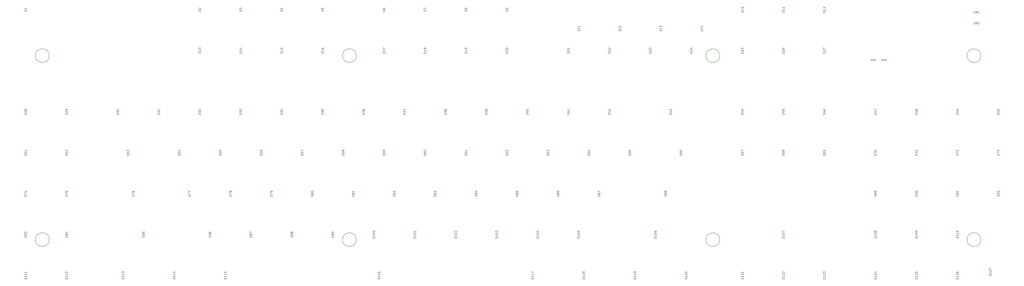
<source format=gbr>
%TF.GenerationSoftware,KiCad,Pcbnew,(6.0.7)*%
%TF.CreationDate,2022-09-27T13:03:32-04:00*%
%TF.ProjectId,SweetBusiness,53776565-7442-4757-9369-6e6573732e6b,rev?*%
%TF.SameCoordinates,Original*%
%TF.FileFunction,Other,Comment*%
%FSLAX46Y46*%
G04 Gerber Fmt 4.6, Leading zero omitted, Abs format (unit mm)*
G04 Created by KiCad (PCBNEW (6.0.7)) date 2022-09-27 13:03:32*
%MOMM*%
%LPD*%
G01*
G04 APERTURE LIST*
%ADD10C,0.150000*%
%ADD11C,0.030000*%
G04 APERTURE END LIST*
D10*
%TO.C,D88*%
X309508630Y48791965D02*
X308508630Y48791965D01*
X308508630Y49030060D01*
X308556250Y49172917D01*
X308651488Y49268155D01*
X308746726Y49315774D01*
X308937202Y49363393D01*
X309080059Y49363393D01*
X309270535Y49315774D01*
X309365773Y49268155D01*
X309461011Y49172917D01*
X309508630Y49030060D01*
X309508630Y48791965D01*
X308937202Y49934822D02*
X308889583Y49839584D01*
X308841964Y49791965D01*
X308746726Y49744346D01*
X308699107Y49744346D01*
X308603869Y49791965D01*
X308556250Y49839584D01*
X308508630Y49934822D01*
X308508630Y50125298D01*
X308556250Y50220536D01*
X308603869Y50268155D01*
X308699107Y50315774D01*
X308746726Y50315774D01*
X308841964Y50268155D01*
X308889583Y50220536D01*
X308937202Y50125298D01*
X308937202Y49934822D01*
X308984821Y49839584D01*
X309032440Y49791965D01*
X309127678Y49744346D01*
X309318154Y49744346D01*
X309413392Y49791965D01*
X309461011Y49839584D01*
X309508630Y49934822D01*
X309508630Y50125298D01*
X309461011Y50220536D01*
X309413392Y50268155D01*
X309318154Y50315774D01*
X309127678Y50315774D01*
X309032440Y50268155D01*
X308984821Y50220536D01*
X308937202Y50125298D01*
X308937202Y50887203D02*
X308889583Y50791965D01*
X308841964Y50744346D01*
X308746726Y50696727D01*
X308699107Y50696727D01*
X308603869Y50744346D01*
X308556250Y50791965D01*
X308508630Y50887203D01*
X308508630Y51077679D01*
X308556250Y51172917D01*
X308603869Y51220536D01*
X308699107Y51268155D01*
X308746726Y51268155D01*
X308841964Y51220536D01*
X308889583Y51172917D01*
X308937202Y51077679D01*
X308937202Y50887203D01*
X308984821Y50791965D01*
X309032440Y50744346D01*
X309127678Y50696727D01*
X309318154Y50696727D01*
X309413392Y50744346D01*
X309461011Y50791965D01*
X309508630Y50887203D01*
X309508630Y51077679D01*
X309461011Y51172917D01*
X309413392Y51220536D01*
X309318154Y51268155D01*
X309127678Y51268155D01*
X309032440Y51220536D01*
X308984821Y51172917D01*
X308937202Y51077679D01*
%TO.C,D11*%
X364277380Y134516965D02*
X363277380Y134516965D01*
X363277380Y134755060D01*
X363325000Y134897917D01*
X363420238Y134993155D01*
X363515476Y135040774D01*
X363705952Y135088393D01*
X363848809Y135088393D01*
X364039285Y135040774D01*
X364134523Y134993155D01*
X364229761Y134897917D01*
X364277380Y134755060D01*
X364277380Y134516965D01*
X364277380Y136040774D02*
X364277380Y135469346D01*
X364277380Y135755060D02*
X363277380Y135755060D01*
X363420238Y135659822D01*
X363515476Y135564584D01*
X363563095Y135469346D01*
X364277380Y136993155D02*
X364277380Y136421727D01*
X364277380Y136707441D02*
X363277380Y136707441D01*
X363420238Y136612203D01*
X363515476Y136516965D01*
X363563095Y136421727D01*
%TO.C,D25*%
X345227380Y115466965D02*
X344227380Y115466965D01*
X344227380Y115705060D01*
X344275000Y115847917D01*
X344370238Y115943155D01*
X344465476Y115990774D01*
X344655952Y116038393D01*
X344798809Y116038393D01*
X344989285Y115990774D01*
X345084523Y115943155D01*
X345179761Y115847917D01*
X345227380Y115705060D01*
X345227380Y115466965D01*
X344322619Y116419346D02*
X344275000Y116466965D01*
X344227380Y116562203D01*
X344227380Y116800298D01*
X344275000Y116895536D01*
X344322619Y116943155D01*
X344417857Y116990774D01*
X344513095Y116990774D01*
X344655952Y116943155D01*
X345227380Y116371727D01*
X345227380Y116990774D01*
X344227380Y117895536D02*
X344227380Y117419346D01*
X344703571Y117371727D01*
X344655952Y117419346D01*
X344608333Y117514584D01*
X344608333Y117752679D01*
X344655952Y117847917D01*
X344703571Y117895536D01*
X344798809Y117943155D01*
X345036904Y117943155D01*
X345132142Y117895536D01*
X345179761Y117847917D01*
X345227380Y117752679D01*
X345227380Y117514584D01*
X345179761Y117419346D01*
X345132142Y117371727D01*
%TO.C,D103*%
X230927380Y29265774D02*
X229927380Y29265774D01*
X229927380Y29503870D01*
X229975000Y29646727D01*
X230070238Y29741965D01*
X230165476Y29789584D01*
X230355952Y29837203D01*
X230498809Y29837203D01*
X230689285Y29789584D01*
X230784523Y29741965D01*
X230879761Y29646727D01*
X230927380Y29503870D01*
X230927380Y29265774D01*
X230927380Y30789584D02*
X230927380Y30218155D01*
X230927380Y30503870D02*
X229927380Y30503870D01*
X230070238Y30408631D01*
X230165476Y30313393D01*
X230213095Y30218155D01*
X229927380Y31408631D02*
X229927380Y31503870D01*
X229975000Y31599108D01*
X230022619Y31646727D01*
X230117857Y31694346D01*
X230308333Y31741965D01*
X230546428Y31741965D01*
X230736904Y31694346D01*
X230832142Y31646727D01*
X230879761Y31599108D01*
X230927380Y31503870D01*
X230927380Y31408631D01*
X230879761Y31313393D01*
X230832142Y31265774D01*
X230736904Y31218155D01*
X230546428Y31170536D01*
X230308333Y31170536D01*
X230117857Y31218155D01*
X230022619Y31265774D01*
X229975000Y31313393D01*
X229927380Y31408631D01*
X229927380Y32075298D02*
X229927380Y32694346D01*
X230308333Y32361012D01*
X230308333Y32503870D01*
X230355952Y32599108D01*
X230403571Y32646727D01*
X230498809Y32694346D01*
X230736904Y32694346D01*
X230832142Y32646727D01*
X230879761Y32599108D01*
X230927380Y32503870D01*
X230927380Y32218155D01*
X230879761Y32122917D01*
X230832142Y32075298D01*
%TO.C,D89*%
X407139880Y48791965D02*
X406139880Y48791965D01*
X406139880Y49030060D01*
X406187500Y49172917D01*
X406282738Y49268155D01*
X406377976Y49315774D01*
X406568452Y49363393D01*
X406711309Y49363393D01*
X406901785Y49315774D01*
X406997023Y49268155D01*
X407092261Y49172917D01*
X407139880Y49030060D01*
X407139880Y48791965D01*
X406568452Y49934822D02*
X406520833Y49839584D01*
X406473214Y49791965D01*
X406377976Y49744346D01*
X406330357Y49744346D01*
X406235119Y49791965D01*
X406187500Y49839584D01*
X406139880Y49934822D01*
X406139880Y50125298D01*
X406187500Y50220536D01*
X406235119Y50268155D01*
X406330357Y50315774D01*
X406377976Y50315774D01*
X406473214Y50268155D01*
X406520833Y50220536D01*
X406568452Y50125298D01*
X406568452Y49934822D01*
X406616071Y49839584D01*
X406663690Y49791965D01*
X406758928Y49744346D01*
X406949404Y49744346D01*
X407044642Y49791965D01*
X407092261Y49839584D01*
X407139880Y49934822D01*
X407139880Y50125298D01*
X407092261Y50220536D01*
X407044642Y50268155D01*
X406949404Y50315774D01*
X406758928Y50315774D01*
X406663690Y50268155D01*
X406616071Y50220536D01*
X406568452Y50125298D01*
X407139880Y50791965D02*
X407139880Y50982441D01*
X407092261Y51077679D01*
X407044642Y51125298D01*
X406901785Y51220536D01*
X406711309Y51268155D01*
X406330357Y51268155D01*
X406235119Y51220536D01*
X406187500Y51172917D01*
X406139880Y51077679D01*
X406139880Y50887203D01*
X406187500Y50791965D01*
X406235119Y50744346D01*
X406330357Y50696727D01*
X406568452Y50696727D01*
X406663690Y50744346D01*
X406711309Y50791965D01*
X406758928Y50887203D01*
X406758928Y51077679D01*
X406711309Y51172917D01*
X406663690Y51220536D01*
X406568452Y51268155D01*
%TO.C,D71*%
X426189880Y67841965D02*
X425189880Y67841965D01*
X425189880Y68080060D01*
X425237500Y68222917D01*
X425332738Y68318155D01*
X425427976Y68365774D01*
X425618452Y68413393D01*
X425761309Y68413393D01*
X425951785Y68365774D01*
X426047023Y68318155D01*
X426142261Y68222917D01*
X426189880Y68080060D01*
X426189880Y67841965D01*
X425189880Y68746727D02*
X425189880Y69413393D01*
X426189880Y68984822D01*
X426189880Y70318155D02*
X426189880Y69746727D01*
X426189880Y70032441D02*
X425189880Y70032441D01*
X425332738Y69937203D01*
X425427976Y69841965D01*
X425475595Y69746727D01*
%TO.C,D47*%
X407139880Y86891965D02*
X406139880Y86891965D01*
X406139880Y87130060D01*
X406187500Y87272917D01*
X406282738Y87368155D01*
X406377976Y87415774D01*
X406568452Y87463393D01*
X406711309Y87463393D01*
X406901785Y87415774D01*
X406997023Y87368155D01*
X407092261Y87272917D01*
X407139880Y87130060D01*
X407139880Y86891965D01*
X406473214Y88320536D02*
X407139880Y88320536D01*
X406092261Y88082441D02*
X406806547Y87844346D01*
X406806547Y88463393D01*
X406139880Y88749108D02*
X406139880Y89415774D01*
X407139880Y88987203D01*
%TO.C,D59*%
X178539880Y67841965D02*
X177539880Y67841965D01*
X177539880Y68080060D01*
X177587500Y68222917D01*
X177682738Y68318155D01*
X177777976Y68365774D01*
X177968452Y68413393D01*
X178111309Y68413393D01*
X178301785Y68365774D01*
X178397023Y68318155D01*
X178492261Y68222917D01*
X178539880Y68080060D01*
X178539880Y67841965D01*
X177539880Y69318155D02*
X177539880Y68841965D01*
X178016071Y68794346D01*
X177968452Y68841965D01*
X177920833Y68937203D01*
X177920833Y69175298D01*
X177968452Y69270536D01*
X178016071Y69318155D01*
X178111309Y69365774D01*
X178349404Y69365774D01*
X178444642Y69318155D01*
X178492261Y69270536D01*
X178539880Y69175298D01*
X178539880Y68937203D01*
X178492261Y68841965D01*
X178444642Y68794346D01*
X178539880Y69841965D02*
X178539880Y70032441D01*
X178492261Y70127679D01*
X178444642Y70175298D01*
X178301785Y70270536D01*
X178111309Y70318155D01*
X177730357Y70318155D01*
X177635119Y70270536D01*
X177587500Y70222917D01*
X177539880Y70127679D01*
X177539880Y69937203D01*
X177587500Y69841965D01*
X177635119Y69794346D01*
X177730357Y69746727D01*
X177968452Y69746727D01*
X178063690Y69794346D01*
X178111309Y69841965D01*
X178158928Y69937203D01*
X178158928Y70127679D01*
X178111309Y70222917D01*
X178063690Y70270536D01*
X177968452Y70318155D01*
%TO.C,D51*%
X11852380Y67841965D02*
X10852380Y67841965D01*
X10852380Y68080060D01*
X10900000Y68222917D01*
X10995238Y68318155D01*
X11090476Y68365774D01*
X11280952Y68413393D01*
X11423809Y68413393D01*
X11614285Y68365774D01*
X11709523Y68318155D01*
X11804761Y68222917D01*
X11852380Y68080060D01*
X11852380Y67841965D01*
X10852380Y69318155D02*
X10852380Y68841965D01*
X11328571Y68794346D01*
X11280952Y68841965D01*
X11233333Y68937203D01*
X11233333Y69175298D01*
X11280952Y69270536D01*
X11328571Y69318155D01*
X11423809Y69365774D01*
X11661904Y69365774D01*
X11757142Y69318155D01*
X11804761Y69270536D01*
X11852380Y69175298D01*
X11852380Y68937203D01*
X11804761Y68841965D01*
X11757142Y68794346D01*
X11852380Y70318155D02*
X11852380Y69746727D01*
X11852380Y70032441D02*
X10852380Y70032441D01*
X10995238Y69937203D01*
X11090476Y69841965D01*
X11138095Y69746727D01*
%TO.C,D82*%
X183302380Y48791965D02*
X182302380Y48791965D01*
X182302380Y49030060D01*
X182350000Y49172917D01*
X182445238Y49268155D01*
X182540476Y49315774D01*
X182730952Y49363393D01*
X182873809Y49363393D01*
X183064285Y49315774D01*
X183159523Y49268155D01*
X183254761Y49172917D01*
X183302380Y49030060D01*
X183302380Y48791965D01*
X182730952Y49934822D02*
X182683333Y49839584D01*
X182635714Y49791965D01*
X182540476Y49744346D01*
X182492857Y49744346D01*
X182397619Y49791965D01*
X182350000Y49839584D01*
X182302380Y49934822D01*
X182302380Y50125298D01*
X182350000Y50220536D01*
X182397619Y50268155D01*
X182492857Y50315774D01*
X182540476Y50315774D01*
X182635714Y50268155D01*
X182683333Y50220536D01*
X182730952Y50125298D01*
X182730952Y49934822D01*
X182778571Y49839584D01*
X182826190Y49791965D01*
X182921428Y49744346D01*
X183111904Y49744346D01*
X183207142Y49791965D01*
X183254761Y49839584D01*
X183302380Y49934822D01*
X183302380Y50125298D01*
X183254761Y50220536D01*
X183207142Y50268155D01*
X183111904Y50315774D01*
X182921428Y50315774D01*
X182826190Y50268155D01*
X182778571Y50220536D01*
X182730952Y50125298D01*
X182397619Y50696727D02*
X182350000Y50744346D01*
X182302380Y50839584D01*
X182302380Y51077679D01*
X182350000Y51172917D01*
X182397619Y51220536D01*
X182492857Y51268155D01*
X182588095Y51268155D01*
X182730952Y51220536D01*
X183302380Y50649108D01*
X183302380Y51268155D01*
%TO.C,D124*%
X407139880Y10215774D02*
X406139880Y10215774D01*
X406139880Y10453870D01*
X406187500Y10596727D01*
X406282738Y10691965D01*
X406377976Y10739584D01*
X406568452Y10787203D01*
X406711309Y10787203D01*
X406901785Y10739584D01*
X406997023Y10691965D01*
X407092261Y10596727D01*
X407139880Y10453870D01*
X407139880Y10215774D01*
X407139880Y11739584D02*
X407139880Y11168155D01*
X407139880Y11453870D02*
X406139880Y11453870D01*
X406282738Y11358631D01*
X406377976Y11263393D01*
X406425595Y11168155D01*
X406235119Y12120536D02*
X406187500Y12168155D01*
X406139880Y12263393D01*
X406139880Y12501489D01*
X406187500Y12596727D01*
X406235119Y12644346D01*
X406330357Y12691965D01*
X406425595Y12691965D01*
X406568452Y12644346D01*
X407139880Y12072917D01*
X407139880Y12691965D01*
X406473214Y13549108D02*
X407139880Y13549108D01*
X406092261Y13311012D02*
X406806547Y13072917D01*
X406806547Y13691965D01*
%TO.C,D125*%
X426189880Y10215774D02*
X425189880Y10215774D01*
X425189880Y10453870D01*
X425237500Y10596727D01*
X425332738Y10691965D01*
X425427976Y10739584D01*
X425618452Y10787203D01*
X425761309Y10787203D01*
X425951785Y10739584D01*
X426047023Y10691965D01*
X426142261Y10596727D01*
X426189880Y10453870D01*
X426189880Y10215774D01*
X426189880Y11739584D02*
X426189880Y11168155D01*
X426189880Y11453870D02*
X425189880Y11453870D01*
X425332738Y11358631D01*
X425427976Y11263393D01*
X425475595Y11168155D01*
X425285119Y12120536D02*
X425237500Y12168155D01*
X425189880Y12263393D01*
X425189880Y12501489D01*
X425237500Y12596727D01*
X425285119Y12644346D01*
X425380357Y12691965D01*
X425475595Y12691965D01*
X425618452Y12644346D01*
X426189880Y12072917D01*
X426189880Y12691965D01*
X425189880Y13596727D02*
X425189880Y13120536D01*
X425666071Y13072917D01*
X425618452Y13120536D01*
X425570833Y13215774D01*
X425570833Y13453870D01*
X425618452Y13549108D01*
X425666071Y13596727D01*
X425761309Y13644346D01*
X425999404Y13644346D01*
X426094642Y13596727D01*
X426142261Y13549108D01*
X426189880Y13453870D01*
X426189880Y13215774D01*
X426142261Y13120536D01*
X426094642Y13072917D01*
%TO.C,D78*%
X107102380Y48791965D02*
X106102380Y48791965D01*
X106102380Y49030060D01*
X106150000Y49172917D01*
X106245238Y49268155D01*
X106340476Y49315774D01*
X106530952Y49363393D01*
X106673809Y49363393D01*
X106864285Y49315774D01*
X106959523Y49268155D01*
X107054761Y49172917D01*
X107102380Y49030060D01*
X107102380Y48791965D01*
X106102380Y49696727D02*
X106102380Y50363393D01*
X107102380Y49934822D01*
X106530952Y50887203D02*
X106483333Y50791965D01*
X106435714Y50744346D01*
X106340476Y50696727D01*
X106292857Y50696727D01*
X106197619Y50744346D01*
X106150000Y50791965D01*
X106102380Y50887203D01*
X106102380Y51077679D01*
X106150000Y51172917D01*
X106197619Y51220536D01*
X106292857Y51268155D01*
X106340476Y51268155D01*
X106435714Y51220536D01*
X106483333Y51172917D01*
X106530952Y51077679D01*
X106530952Y50887203D01*
X106578571Y50791965D01*
X106626190Y50744346D01*
X106721428Y50696727D01*
X106911904Y50696727D01*
X107007142Y50744346D01*
X107054761Y50791965D01*
X107102380Y50887203D01*
X107102380Y51077679D01*
X107054761Y51172917D01*
X107007142Y51220536D01*
X106911904Y51268155D01*
X106721428Y51268155D01*
X106626190Y51220536D01*
X106578571Y51172917D01*
X106530952Y51077679D01*
%TO.C,D58*%
X159489880Y67841965D02*
X158489880Y67841965D01*
X158489880Y68080060D01*
X158537500Y68222917D01*
X158632738Y68318155D01*
X158727976Y68365774D01*
X158918452Y68413393D01*
X159061309Y68413393D01*
X159251785Y68365774D01*
X159347023Y68318155D01*
X159442261Y68222917D01*
X159489880Y68080060D01*
X159489880Y67841965D01*
X158489880Y69318155D02*
X158489880Y68841965D01*
X158966071Y68794346D01*
X158918452Y68841965D01*
X158870833Y68937203D01*
X158870833Y69175298D01*
X158918452Y69270536D01*
X158966071Y69318155D01*
X159061309Y69365774D01*
X159299404Y69365774D01*
X159394642Y69318155D01*
X159442261Y69270536D01*
X159489880Y69175298D01*
X159489880Y68937203D01*
X159442261Y68841965D01*
X159394642Y68794346D01*
X158918452Y69937203D02*
X158870833Y69841965D01*
X158823214Y69794346D01*
X158727976Y69746727D01*
X158680357Y69746727D01*
X158585119Y69794346D01*
X158537500Y69841965D01*
X158489880Y69937203D01*
X158489880Y70127679D01*
X158537500Y70222917D01*
X158585119Y70270536D01*
X158680357Y70318155D01*
X158727976Y70318155D01*
X158823214Y70270536D01*
X158870833Y70222917D01*
X158918452Y70127679D01*
X158918452Y69937203D01*
X158966071Y69841965D01*
X159013690Y69794346D01*
X159108928Y69746727D01*
X159299404Y69746727D01*
X159394642Y69794346D01*
X159442261Y69841965D01*
X159489880Y69937203D01*
X159489880Y70127679D01*
X159442261Y70222917D01*
X159394642Y70270536D01*
X159299404Y70318155D01*
X159108928Y70318155D01*
X159013690Y70270536D01*
X158966071Y70222917D01*
X158918452Y70127679D01*
%TO.C,D1*%
X11852380Y134993155D02*
X10852380Y134993155D01*
X10852380Y135231250D01*
X10900000Y135374108D01*
X10995238Y135469346D01*
X11090476Y135516965D01*
X11280952Y135564584D01*
X11423809Y135564584D01*
X11614285Y135516965D01*
X11709523Y135469346D01*
X11804761Y135374108D01*
X11852380Y135231250D01*
X11852380Y134993155D01*
X11852380Y136516965D02*
X11852380Y135945536D01*
X11852380Y136231250D02*
X10852380Y136231250D01*
X10995238Y136136012D01*
X11090476Y136040774D01*
X11138095Y135945536D01*
%TO.C,D116*%
X176158630Y10215774D02*
X175158630Y10215774D01*
X175158630Y10453870D01*
X175206250Y10596727D01*
X175301488Y10691965D01*
X175396726Y10739584D01*
X175587202Y10787203D01*
X175730059Y10787203D01*
X175920535Y10739584D01*
X176015773Y10691965D01*
X176111011Y10596727D01*
X176158630Y10453870D01*
X176158630Y10215774D01*
X176158630Y11739584D02*
X176158630Y11168155D01*
X176158630Y11453870D02*
X175158630Y11453870D01*
X175301488Y11358631D01*
X175396726Y11263393D01*
X175444345Y11168155D01*
X176158630Y12691965D02*
X176158630Y12120536D01*
X176158630Y12406250D02*
X175158630Y12406250D01*
X175301488Y12311012D01*
X175396726Y12215774D01*
X175444345Y12120536D01*
X175158630Y13549108D02*
X175158630Y13358631D01*
X175206250Y13263393D01*
X175253869Y13215774D01*
X175396726Y13120536D01*
X175587202Y13072917D01*
X175968154Y13072917D01*
X176063392Y13120536D01*
X176111011Y13168155D01*
X176158630Y13263393D01*
X176158630Y13453870D01*
X176111011Y13549108D01*
X176063392Y13596727D01*
X175968154Y13644346D01*
X175730059Y13644346D01*
X175634821Y13596727D01*
X175587202Y13549108D01*
X175539583Y13453870D01*
X175539583Y13263393D01*
X175587202Y13168155D01*
X175634821Y13120536D01*
X175730059Y13072917D01*
%TO.C,D27*%
X383327380Y115466965D02*
X382327380Y115466965D01*
X382327380Y115705060D01*
X382375000Y115847917D01*
X382470238Y115943155D01*
X382565476Y115990774D01*
X382755952Y116038393D01*
X382898809Y116038393D01*
X383089285Y115990774D01*
X383184523Y115943155D01*
X383279761Y115847917D01*
X383327380Y115705060D01*
X383327380Y115466965D01*
X382422619Y116419346D02*
X382375000Y116466965D01*
X382327380Y116562203D01*
X382327380Y116800298D01*
X382375000Y116895536D01*
X382422619Y116943155D01*
X382517857Y116990774D01*
X382613095Y116990774D01*
X382755952Y116943155D01*
X383327380Y116371727D01*
X383327380Y116990774D01*
X382327380Y117324108D02*
X382327380Y117990774D01*
X383327380Y117562203D01*
%TO.C,D24*%
X321414880Y115466965D02*
X320414880Y115466965D01*
X320414880Y115705060D01*
X320462500Y115847917D01*
X320557738Y115943155D01*
X320652976Y115990774D01*
X320843452Y116038393D01*
X320986309Y116038393D01*
X321176785Y115990774D01*
X321272023Y115943155D01*
X321367261Y115847917D01*
X321414880Y115705060D01*
X321414880Y115466965D01*
X320510119Y116419346D02*
X320462500Y116466965D01*
X320414880Y116562203D01*
X320414880Y116800298D01*
X320462500Y116895536D01*
X320510119Y116943155D01*
X320605357Y116990774D01*
X320700595Y116990774D01*
X320843452Y116943155D01*
X321414880Y116371727D01*
X321414880Y116990774D01*
X320748214Y117847917D02*
X321414880Y117847917D01*
X320367261Y117609822D02*
X321081547Y117371727D01*
X321081547Y117990774D01*
%TO.C,D17*%
X178539880Y115466965D02*
X177539880Y115466965D01*
X177539880Y115705060D01*
X177587500Y115847917D01*
X177682738Y115943155D01*
X177777976Y115990774D01*
X177968452Y116038393D01*
X178111309Y116038393D01*
X178301785Y115990774D01*
X178397023Y115943155D01*
X178492261Y115847917D01*
X178539880Y115705060D01*
X178539880Y115466965D01*
X178539880Y116990774D02*
X178539880Y116419346D01*
X178539880Y116705060D02*
X177539880Y116705060D01*
X177682738Y116609822D01*
X177777976Y116514584D01*
X177825595Y116419346D01*
X177539880Y117324108D02*
X177539880Y117990774D01*
X178539880Y117562203D01*
%TO.C,D43*%
X311889880Y86891965D02*
X310889880Y86891965D01*
X310889880Y87130060D01*
X310937500Y87272917D01*
X311032738Y87368155D01*
X311127976Y87415774D01*
X311318452Y87463393D01*
X311461309Y87463393D01*
X311651785Y87415774D01*
X311747023Y87368155D01*
X311842261Y87272917D01*
X311889880Y87130060D01*
X311889880Y86891965D01*
X311223214Y88320536D02*
X311889880Y88320536D01*
X310842261Y88082441D02*
X311556547Y87844346D01*
X311556547Y88463393D01*
X310889880Y88749108D02*
X310889880Y89368155D01*
X311270833Y89034822D01*
X311270833Y89177679D01*
X311318452Y89272917D01*
X311366071Y89320536D01*
X311461309Y89368155D01*
X311699404Y89368155D01*
X311794642Y89320536D01*
X311842261Y89272917D01*
X311889880Y89177679D01*
X311889880Y88891965D01*
X311842261Y88796727D01*
X311794642Y88749108D01*
%TO.C,D113*%
X57096130Y10215774D02*
X56096130Y10215774D01*
X56096130Y10453870D01*
X56143750Y10596727D01*
X56238988Y10691965D01*
X56334226Y10739584D01*
X56524702Y10787203D01*
X56667559Y10787203D01*
X56858035Y10739584D01*
X56953273Y10691965D01*
X57048511Y10596727D01*
X57096130Y10453870D01*
X57096130Y10215774D01*
X57096130Y11739584D02*
X57096130Y11168155D01*
X57096130Y11453870D02*
X56096130Y11453870D01*
X56238988Y11358631D01*
X56334226Y11263393D01*
X56381845Y11168155D01*
X57096130Y12691965D02*
X57096130Y12120536D01*
X57096130Y12406250D02*
X56096130Y12406250D01*
X56238988Y12311012D01*
X56334226Y12215774D01*
X56381845Y12120536D01*
X56096130Y13025298D02*
X56096130Y13644346D01*
X56477083Y13311012D01*
X56477083Y13453870D01*
X56524702Y13549108D01*
X56572321Y13596727D01*
X56667559Y13644346D01*
X56905654Y13644346D01*
X57000892Y13596727D01*
X57048511Y13549108D01*
X57096130Y13453870D01*
X57096130Y13168155D01*
X57048511Y13072917D01*
X57000892Y13025298D01*
%TO.C,D76*%
X61858630Y48791965D02*
X60858630Y48791965D01*
X60858630Y49030060D01*
X60906250Y49172917D01*
X61001488Y49268155D01*
X61096726Y49315774D01*
X61287202Y49363393D01*
X61430059Y49363393D01*
X61620535Y49315774D01*
X61715773Y49268155D01*
X61811011Y49172917D01*
X61858630Y49030060D01*
X61858630Y48791965D01*
X60858630Y49696727D02*
X60858630Y50363393D01*
X61858630Y49934822D01*
X60858630Y51172917D02*
X60858630Y50982441D01*
X60906250Y50887203D01*
X60953869Y50839584D01*
X61096726Y50744346D01*
X61287202Y50696727D01*
X61668154Y50696727D01*
X61763392Y50744346D01*
X61811011Y50791965D01*
X61858630Y50887203D01*
X61858630Y51077679D01*
X61811011Y51172917D01*
X61763392Y51220536D01*
X61668154Y51268155D01*
X61430059Y51268155D01*
X61334821Y51220536D01*
X61287202Y51172917D01*
X61239583Y51077679D01*
X61239583Y50887203D01*
X61287202Y50791965D01*
X61334821Y50744346D01*
X61430059Y50696727D01*
%TO.C,D60*%
X197589880Y67841965D02*
X196589880Y67841965D01*
X196589880Y68080060D01*
X196637500Y68222917D01*
X196732738Y68318155D01*
X196827976Y68365774D01*
X197018452Y68413393D01*
X197161309Y68413393D01*
X197351785Y68365774D01*
X197447023Y68318155D01*
X197542261Y68222917D01*
X197589880Y68080060D01*
X197589880Y67841965D01*
X196589880Y69270536D02*
X196589880Y69080060D01*
X196637500Y68984822D01*
X196685119Y68937203D01*
X196827976Y68841965D01*
X197018452Y68794346D01*
X197399404Y68794346D01*
X197494642Y68841965D01*
X197542261Y68889584D01*
X197589880Y68984822D01*
X197589880Y69175298D01*
X197542261Y69270536D01*
X197494642Y69318155D01*
X197399404Y69365774D01*
X197161309Y69365774D01*
X197066071Y69318155D01*
X197018452Y69270536D01*
X196970833Y69175298D01*
X196970833Y68984822D01*
X197018452Y68889584D01*
X197066071Y68841965D01*
X197161309Y68794346D01*
X196589880Y69984822D02*
X196589880Y70080060D01*
X196637500Y70175298D01*
X196685119Y70222917D01*
X196780357Y70270536D01*
X196970833Y70318155D01*
X197208928Y70318155D01*
X197399404Y70270536D01*
X197494642Y70222917D01*
X197542261Y70175298D01*
X197589880Y70080060D01*
X197589880Y69984822D01*
X197542261Y69889584D01*
X197494642Y69841965D01*
X197399404Y69794346D01*
X197208928Y69746727D01*
X196970833Y69746727D01*
X196780357Y69794346D01*
X196685119Y69841965D01*
X196637500Y69889584D01*
X196589880Y69984822D01*
%TO.C,D20*%
X235689880Y115466965D02*
X234689880Y115466965D01*
X234689880Y115705060D01*
X234737500Y115847917D01*
X234832738Y115943155D01*
X234927976Y115990774D01*
X235118452Y116038393D01*
X235261309Y116038393D01*
X235451785Y115990774D01*
X235547023Y115943155D01*
X235642261Y115847917D01*
X235689880Y115705060D01*
X235689880Y115466965D01*
X234785119Y116419346D02*
X234737500Y116466965D01*
X234689880Y116562203D01*
X234689880Y116800298D01*
X234737500Y116895536D01*
X234785119Y116943155D01*
X234880357Y116990774D01*
X234975595Y116990774D01*
X235118452Y116943155D01*
X235689880Y116371727D01*
X235689880Y116990774D01*
X234689880Y117609822D02*
X234689880Y117705060D01*
X234737500Y117800298D01*
X234785119Y117847917D01*
X234880357Y117895536D01*
X235070833Y117943155D01*
X235308928Y117943155D01*
X235499404Y117895536D01*
X235594642Y117847917D01*
X235642261Y117800298D01*
X235689880Y117705060D01*
X235689880Y117609822D01*
X235642261Y117514584D01*
X235594642Y117466965D01*
X235499404Y117419346D01*
X235308928Y117371727D01*
X235070833Y117371727D01*
X234880357Y117419346D01*
X234785119Y117466965D01*
X234737500Y117514584D01*
X234689880Y117609822D01*
%TO.C,D72*%
X445239880Y67841965D02*
X444239880Y67841965D01*
X444239880Y68080060D01*
X444287500Y68222917D01*
X444382738Y68318155D01*
X444477976Y68365774D01*
X444668452Y68413393D01*
X444811309Y68413393D01*
X445001785Y68365774D01*
X445097023Y68318155D01*
X445192261Y68222917D01*
X445239880Y68080060D01*
X445239880Y67841965D01*
X444239880Y68746727D02*
X444239880Y69413393D01*
X445239880Y68984822D01*
X444335119Y69746727D02*
X444287500Y69794346D01*
X444239880Y69889584D01*
X444239880Y70127679D01*
X444287500Y70222917D01*
X444335119Y70270536D01*
X444430357Y70318155D01*
X444525595Y70318155D01*
X444668452Y70270536D01*
X445239880Y69699108D01*
X445239880Y70318155D01*
%TO.C,D54*%
X83289880Y67841965D02*
X82289880Y67841965D01*
X82289880Y68080060D01*
X82337500Y68222917D01*
X82432738Y68318155D01*
X82527976Y68365774D01*
X82718452Y68413393D01*
X82861309Y68413393D01*
X83051785Y68365774D01*
X83147023Y68318155D01*
X83242261Y68222917D01*
X83289880Y68080060D01*
X83289880Y67841965D01*
X82289880Y69318155D02*
X82289880Y68841965D01*
X82766071Y68794346D01*
X82718452Y68841965D01*
X82670833Y68937203D01*
X82670833Y69175298D01*
X82718452Y69270536D01*
X82766071Y69318155D01*
X82861309Y69365774D01*
X83099404Y69365774D01*
X83194642Y69318155D01*
X83242261Y69270536D01*
X83289880Y69175298D01*
X83289880Y68937203D01*
X83242261Y68841965D01*
X83194642Y68794346D01*
X82623214Y70222917D02*
X83289880Y70222917D01*
X82242261Y69984822D02*
X82956547Y69746727D01*
X82956547Y70365774D01*
%TO.C,DT4*%
X326396130Y125880953D02*
X325396130Y125880953D01*
X325396130Y126119048D01*
X325443750Y126261905D01*
X325538988Y126357143D01*
X325634226Y126404762D01*
X325824702Y126452381D01*
X325967559Y126452381D01*
X326158035Y126404762D01*
X326253273Y126357143D01*
X326348511Y126261905D01*
X326396130Y126119048D01*
X326396130Y125880953D01*
X325396130Y126738096D02*
X325396130Y127309524D01*
X326396130Y127023810D02*
X325396130Y127023810D01*
X325729464Y128071429D02*
X326396130Y128071429D01*
X325348511Y127833334D02*
X326062797Y127595239D01*
X326062797Y128214286D01*
%TO.C,D57*%
X140439880Y67841965D02*
X139439880Y67841965D01*
X139439880Y68080060D01*
X139487500Y68222917D01*
X139582738Y68318155D01*
X139677976Y68365774D01*
X139868452Y68413393D01*
X140011309Y68413393D01*
X140201785Y68365774D01*
X140297023Y68318155D01*
X140392261Y68222917D01*
X140439880Y68080060D01*
X140439880Y67841965D01*
X139439880Y69318155D02*
X139439880Y68841965D01*
X139916071Y68794346D01*
X139868452Y68841965D01*
X139820833Y68937203D01*
X139820833Y69175298D01*
X139868452Y69270536D01*
X139916071Y69318155D01*
X140011309Y69365774D01*
X140249404Y69365774D01*
X140344642Y69318155D01*
X140392261Y69270536D01*
X140439880Y69175298D01*
X140439880Y68937203D01*
X140392261Y68841965D01*
X140344642Y68794346D01*
X139439880Y69699108D02*
X139439880Y70365774D01*
X140439880Y69937203D01*
%TO.C,D101*%
X192827380Y29265774D02*
X191827380Y29265774D01*
X191827380Y29503870D01*
X191875000Y29646727D01*
X191970238Y29741965D01*
X192065476Y29789584D01*
X192255952Y29837203D01*
X192398809Y29837203D01*
X192589285Y29789584D01*
X192684523Y29741965D01*
X192779761Y29646727D01*
X192827380Y29503870D01*
X192827380Y29265774D01*
X192827380Y30789584D02*
X192827380Y30218155D01*
X192827380Y30503870D02*
X191827380Y30503870D01*
X191970238Y30408631D01*
X192065476Y30313393D01*
X192113095Y30218155D01*
X191827380Y31408631D02*
X191827380Y31503870D01*
X191875000Y31599108D01*
X191922619Y31646727D01*
X192017857Y31694346D01*
X192208333Y31741965D01*
X192446428Y31741965D01*
X192636904Y31694346D01*
X192732142Y31646727D01*
X192779761Y31599108D01*
X192827380Y31503870D01*
X192827380Y31408631D01*
X192779761Y31313393D01*
X192732142Y31265774D01*
X192636904Y31218155D01*
X192446428Y31170536D01*
X192208333Y31170536D01*
X192017857Y31218155D01*
X191922619Y31265774D01*
X191875000Y31313393D01*
X191827380Y31408631D01*
X192827380Y32694346D02*
X192827380Y32122917D01*
X192827380Y32408631D02*
X191827380Y32408631D01*
X191970238Y32313393D01*
X192065476Y32218155D01*
X192113095Y32122917D01*
%TO.C,D2*%
X92814880Y134993155D02*
X91814880Y134993155D01*
X91814880Y135231250D01*
X91862500Y135374108D01*
X91957738Y135469346D01*
X92052976Y135516965D01*
X92243452Y135564584D01*
X92386309Y135564584D01*
X92576785Y135516965D01*
X92672023Y135469346D01*
X92767261Y135374108D01*
X92814880Y135231250D01*
X92814880Y134993155D01*
X91910119Y135945536D02*
X91862500Y135993155D01*
X91814880Y136088393D01*
X91814880Y136326489D01*
X91862500Y136421727D01*
X91910119Y136469346D01*
X92005357Y136516965D01*
X92100595Y136516965D01*
X92243452Y136469346D01*
X92814880Y135897917D01*
X92814880Y136516965D01*
%TO.C,D120*%
X319033630Y10215774D02*
X318033630Y10215774D01*
X318033630Y10453870D01*
X318081250Y10596727D01*
X318176488Y10691965D01*
X318271726Y10739584D01*
X318462202Y10787203D01*
X318605059Y10787203D01*
X318795535Y10739584D01*
X318890773Y10691965D01*
X318986011Y10596727D01*
X319033630Y10453870D01*
X319033630Y10215774D01*
X319033630Y11739584D02*
X319033630Y11168155D01*
X319033630Y11453870D02*
X318033630Y11453870D01*
X318176488Y11358631D01*
X318271726Y11263393D01*
X318319345Y11168155D01*
X318128869Y12120536D02*
X318081250Y12168155D01*
X318033630Y12263393D01*
X318033630Y12501489D01*
X318081250Y12596727D01*
X318128869Y12644346D01*
X318224107Y12691965D01*
X318319345Y12691965D01*
X318462202Y12644346D01*
X319033630Y12072917D01*
X319033630Y12691965D01*
X318033630Y13311012D02*
X318033630Y13406250D01*
X318081250Y13501489D01*
X318128869Y13549108D01*
X318224107Y13596727D01*
X318414583Y13644346D01*
X318652678Y13644346D01*
X318843154Y13596727D01*
X318938392Y13549108D01*
X318986011Y13501489D01*
X319033630Y13406250D01*
X319033630Y13311012D01*
X318986011Y13215774D01*
X318938392Y13168155D01*
X318843154Y13120536D01*
X318652678Y13072917D01*
X318414583Y13072917D01*
X318224107Y13120536D01*
X318128869Y13168155D01*
X318081250Y13215774D01*
X318033630Y13311012D01*
%TO.C,D95*%
X66621130Y29741965D02*
X65621130Y29741965D01*
X65621130Y29980060D01*
X65668750Y30122917D01*
X65763988Y30218155D01*
X65859226Y30265774D01*
X66049702Y30313393D01*
X66192559Y30313393D01*
X66383035Y30265774D01*
X66478273Y30218155D01*
X66573511Y30122917D01*
X66621130Y29980060D01*
X66621130Y29741965D01*
X66621130Y30789584D02*
X66621130Y30980060D01*
X66573511Y31075298D01*
X66525892Y31122917D01*
X66383035Y31218155D01*
X66192559Y31265774D01*
X65811607Y31265774D01*
X65716369Y31218155D01*
X65668750Y31170536D01*
X65621130Y31075298D01*
X65621130Y30884822D01*
X65668750Y30789584D01*
X65716369Y30741965D01*
X65811607Y30694346D01*
X66049702Y30694346D01*
X66144940Y30741965D01*
X66192559Y30789584D01*
X66240178Y30884822D01*
X66240178Y31075298D01*
X66192559Y31170536D01*
X66144940Y31218155D01*
X66049702Y31265774D01*
X65621130Y32170536D02*
X65621130Y31694346D01*
X66097321Y31646727D01*
X66049702Y31694346D01*
X66002083Y31789584D01*
X66002083Y32027679D01*
X66049702Y32122917D01*
X66097321Y32170536D01*
X66192559Y32218155D01*
X66430654Y32218155D01*
X66525892Y32170536D01*
X66573511Y32122917D01*
X66621130Y32027679D01*
X66621130Y31789584D01*
X66573511Y31694346D01*
X66525892Y31646727D01*
%TO.C,D8*%
X216639880Y134993155D02*
X215639880Y134993155D01*
X215639880Y135231250D01*
X215687500Y135374108D01*
X215782738Y135469346D01*
X215877976Y135516965D01*
X216068452Y135564584D01*
X216211309Y135564584D01*
X216401785Y135516965D01*
X216497023Y135469346D01*
X216592261Y135374108D01*
X216639880Y135231250D01*
X216639880Y134993155D01*
X216068452Y136136012D02*
X216020833Y136040774D01*
X215973214Y135993155D01*
X215877976Y135945536D01*
X215830357Y135945536D01*
X215735119Y135993155D01*
X215687500Y136040774D01*
X215639880Y136136012D01*
X215639880Y136326489D01*
X215687500Y136421727D01*
X215735119Y136469346D01*
X215830357Y136516965D01*
X215877976Y136516965D01*
X215973214Y136469346D01*
X216020833Y136421727D01*
X216068452Y136326489D01*
X216068452Y136136012D01*
X216116071Y136040774D01*
X216163690Y135993155D01*
X216258928Y135945536D01*
X216449404Y135945536D01*
X216544642Y135993155D01*
X216592261Y136040774D01*
X216639880Y136136012D01*
X216639880Y136326489D01*
X216592261Y136421727D01*
X216544642Y136469346D01*
X216449404Y136516965D01*
X216258928Y136516965D01*
X216163690Y136469346D01*
X216116071Y136421727D01*
X216068452Y136326489D01*
%TO.C,DT1*%
X269246130Y125880953D02*
X268246130Y125880953D01*
X268246130Y126119048D01*
X268293750Y126261905D01*
X268388988Y126357143D01*
X268484226Y126404762D01*
X268674702Y126452381D01*
X268817559Y126452381D01*
X269008035Y126404762D01*
X269103273Y126357143D01*
X269198511Y126261905D01*
X269246130Y126119048D01*
X269246130Y125880953D01*
X268246130Y126738096D02*
X268246130Y127309524D01*
X269246130Y127023810D02*
X268246130Y127023810D01*
X269246130Y128166667D02*
X269246130Y127595239D01*
X269246130Y127880953D02*
X268246130Y127880953D01*
X268388988Y127785715D01*
X268484226Y127690477D01*
X268531845Y127595239D01*
%TO.C,D63*%
X254739880Y67841965D02*
X253739880Y67841965D01*
X253739880Y68080060D01*
X253787500Y68222917D01*
X253882738Y68318155D01*
X253977976Y68365774D01*
X254168452Y68413393D01*
X254311309Y68413393D01*
X254501785Y68365774D01*
X254597023Y68318155D01*
X254692261Y68222917D01*
X254739880Y68080060D01*
X254739880Y67841965D01*
X253739880Y69270536D02*
X253739880Y69080060D01*
X253787500Y68984822D01*
X253835119Y68937203D01*
X253977976Y68841965D01*
X254168452Y68794346D01*
X254549404Y68794346D01*
X254644642Y68841965D01*
X254692261Y68889584D01*
X254739880Y68984822D01*
X254739880Y69175298D01*
X254692261Y69270536D01*
X254644642Y69318155D01*
X254549404Y69365774D01*
X254311309Y69365774D01*
X254216071Y69318155D01*
X254168452Y69270536D01*
X254120833Y69175298D01*
X254120833Y68984822D01*
X254168452Y68889584D01*
X254216071Y68841965D01*
X254311309Y68794346D01*
X253739880Y69699108D02*
X253739880Y70318155D01*
X254120833Y69984822D01*
X254120833Y70127679D01*
X254168452Y70222917D01*
X254216071Y70270536D01*
X254311309Y70318155D01*
X254549404Y70318155D01*
X254644642Y70270536D01*
X254692261Y70222917D01*
X254739880Y70127679D01*
X254739880Y69841965D01*
X254692261Y69746727D01*
X254644642Y69699108D01*
%TO.C,D80*%
X145202380Y48791965D02*
X144202380Y48791965D01*
X144202380Y49030060D01*
X144250000Y49172917D01*
X144345238Y49268155D01*
X144440476Y49315774D01*
X144630952Y49363393D01*
X144773809Y49363393D01*
X144964285Y49315774D01*
X145059523Y49268155D01*
X145154761Y49172917D01*
X145202380Y49030060D01*
X145202380Y48791965D01*
X144630952Y49934822D02*
X144583333Y49839584D01*
X144535714Y49791965D01*
X144440476Y49744346D01*
X144392857Y49744346D01*
X144297619Y49791965D01*
X144250000Y49839584D01*
X144202380Y49934822D01*
X144202380Y50125298D01*
X144250000Y50220536D01*
X144297619Y50268155D01*
X144392857Y50315774D01*
X144440476Y50315774D01*
X144535714Y50268155D01*
X144583333Y50220536D01*
X144630952Y50125298D01*
X144630952Y49934822D01*
X144678571Y49839584D01*
X144726190Y49791965D01*
X144821428Y49744346D01*
X145011904Y49744346D01*
X145107142Y49791965D01*
X145154761Y49839584D01*
X145202380Y49934822D01*
X145202380Y50125298D01*
X145154761Y50220536D01*
X145107142Y50268155D01*
X145011904Y50315774D01*
X144821428Y50315774D01*
X144726190Y50268155D01*
X144678571Y50220536D01*
X144630952Y50125298D01*
X144202380Y50934822D02*
X144202380Y51030060D01*
X144250000Y51125298D01*
X144297619Y51172917D01*
X144392857Y51220536D01*
X144583333Y51268155D01*
X144821428Y51268155D01*
X145011904Y51220536D01*
X145107142Y51172917D01*
X145154761Y51125298D01*
X145202380Y51030060D01*
X145202380Y50934822D01*
X145154761Y50839584D01*
X145107142Y50791965D01*
X145011904Y50744346D01*
X144821428Y50696727D01*
X144583333Y50696727D01*
X144392857Y50744346D01*
X144297619Y50791965D01*
X144250000Y50839584D01*
X144202380Y50934822D01*
%TO.C,D12*%
X383327380Y134516965D02*
X382327380Y134516965D01*
X382327380Y134755060D01*
X382375000Y134897917D01*
X382470238Y134993155D01*
X382565476Y135040774D01*
X382755952Y135088393D01*
X382898809Y135088393D01*
X383089285Y135040774D01*
X383184523Y134993155D01*
X383279761Y134897917D01*
X383327380Y134755060D01*
X383327380Y134516965D01*
X383327380Y136040774D02*
X383327380Y135469346D01*
X383327380Y135755060D02*
X382327380Y135755060D01*
X382470238Y135659822D01*
X382565476Y135564584D01*
X382613095Y135469346D01*
X382422619Y136421727D02*
X382375000Y136469346D01*
X382327380Y136564584D01*
X382327380Y136802679D01*
X382375000Y136897917D01*
X382422619Y136945536D01*
X382517857Y136993155D01*
X382613095Y136993155D01*
X382755952Y136945536D01*
X383327380Y136374108D01*
X383327380Y136993155D01*
%TO.C,D3*%
X111864880Y134993155D02*
X110864880Y134993155D01*
X110864880Y135231250D01*
X110912500Y135374108D01*
X111007738Y135469346D01*
X111102976Y135516965D01*
X111293452Y135564584D01*
X111436309Y135564584D01*
X111626785Y135516965D01*
X111722023Y135469346D01*
X111817261Y135374108D01*
X111864880Y135231250D01*
X111864880Y134993155D01*
X110864880Y135897917D02*
X110864880Y136516965D01*
X111245833Y136183631D01*
X111245833Y136326489D01*
X111293452Y136421727D01*
X111341071Y136469346D01*
X111436309Y136516965D01*
X111674404Y136516965D01*
X111769642Y136469346D01*
X111817261Y136421727D01*
X111864880Y136326489D01*
X111864880Y136040774D01*
X111817261Y135945536D01*
X111769642Y135897917D01*
%TO.C,D34*%
X130914880Y86891965D02*
X129914880Y86891965D01*
X129914880Y87130060D01*
X129962500Y87272917D01*
X130057738Y87368155D01*
X130152976Y87415774D01*
X130343452Y87463393D01*
X130486309Y87463393D01*
X130676785Y87415774D01*
X130772023Y87368155D01*
X130867261Y87272917D01*
X130914880Y87130060D01*
X130914880Y86891965D01*
X129914880Y87796727D02*
X129914880Y88415774D01*
X130295833Y88082441D01*
X130295833Y88225298D01*
X130343452Y88320536D01*
X130391071Y88368155D01*
X130486309Y88415774D01*
X130724404Y88415774D01*
X130819642Y88368155D01*
X130867261Y88320536D01*
X130914880Y88225298D01*
X130914880Y87939584D01*
X130867261Y87844346D01*
X130819642Y87796727D01*
X130248214Y89272917D02*
X130914880Y89272917D01*
X129867261Y89034822D02*
X130581547Y88796727D01*
X130581547Y89415774D01*
%TO.C,D104*%
X249977380Y29265774D02*
X248977380Y29265774D01*
X248977380Y29503870D01*
X249025000Y29646727D01*
X249120238Y29741965D01*
X249215476Y29789584D01*
X249405952Y29837203D01*
X249548809Y29837203D01*
X249739285Y29789584D01*
X249834523Y29741965D01*
X249929761Y29646727D01*
X249977380Y29503870D01*
X249977380Y29265774D01*
X249977380Y30789584D02*
X249977380Y30218155D01*
X249977380Y30503870D02*
X248977380Y30503870D01*
X249120238Y30408631D01*
X249215476Y30313393D01*
X249263095Y30218155D01*
X248977380Y31408631D02*
X248977380Y31503870D01*
X249025000Y31599108D01*
X249072619Y31646727D01*
X249167857Y31694346D01*
X249358333Y31741965D01*
X249596428Y31741965D01*
X249786904Y31694346D01*
X249882142Y31646727D01*
X249929761Y31599108D01*
X249977380Y31503870D01*
X249977380Y31408631D01*
X249929761Y31313393D01*
X249882142Y31265774D01*
X249786904Y31218155D01*
X249596428Y31170536D01*
X249358333Y31170536D01*
X249167857Y31218155D01*
X249072619Y31265774D01*
X249025000Y31313393D01*
X248977380Y31408631D01*
X249310714Y32599108D02*
X249977380Y32599108D01*
X248929761Y32361012D02*
X249644047Y32122917D01*
X249644047Y32741965D01*
%TO.C,D61*%
X216639880Y67841965D02*
X215639880Y67841965D01*
X215639880Y68080060D01*
X215687500Y68222917D01*
X215782738Y68318155D01*
X215877976Y68365774D01*
X216068452Y68413393D01*
X216211309Y68413393D01*
X216401785Y68365774D01*
X216497023Y68318155D01*
X216592261Y68222917D01*
X216639880Y68080060D01*
X216639880Y67841965D01*
X215639880Y69270536D02*
X215639880Y69080060D01*
X215687500Y68984822D01*
X215735119Y68937203D01*
X215877976Y68841965D01*
X216068452Y68794346D01*
X216449404Y68794346D01*
X216544642Y68841965D01*
X216592261Y68889584D01*
X216639880Y68984822D01*
X216639880Y69175298D01*
X216592261Y69270536D01*
X216544642Y69318155D01*
X216449404Y69365774D01*
X216211309Y69365774D01*
X216116071Y69318155D01*
X216068452Y69270536D01*
X216020833Y69175298D01*
X216020833Y68984822D01*
X216068452Y68889584D01*
X216116071Y68841965D01*
X216211309Y68794346D01*
X216639880Y70318155D02*
X216639880Y69746727D01*
X216639880Y70032441D02*
X215639880Y70032441D01*
X215782738Y69937203D01*
X215877976Y69841965D01*
X215925595Y69746727D01*
%TO.C,D97*%
X116627380Y29741965D02*
X115627380Y29741965D01*
X115627380Y29980060D01*
X115675000Y30122917D01*
X115770238Y30218155D01*
X115865476Y30265774D01*
X116055952Y30313393D01*
X116198809Y30313393D01*
X116389285Y30265774D01*
X116484523Y30218155D01*
X116579761Y30122917D01*
X116627380Y29980060D01*
X116627380Y29741965D01*
X116627380Y30789584D02*
X116627380Y30980060D01*
X116579761Y31075298D01*
X116532142Y31122917D01*
X116389285Y31218155D01*
X116198809Y31265774D01*
X115817857Y31265774D01*
X115722619Y31218155D01*
X115675000Y31170536D01*
X115627380Y31075298D01*
X115627380Y30884822D01*
X115675000Y30789584D01*
X115722619Y30741965D01*
X115817857Y30694346D01*
X116055952Y30694346D01*
X116151190Y30741965D01*
X116198809Y30789584D01*
X116246428Y30884822D01*
X116246428Y31075298D01*
X116198809Y31170536D01*
X116151190Y31218155D01*
X116055952Y31265774D01*
X115627380Y31599108D02*
X115627380Y32265774D01*
X116627380Y31837203D01*
%TO.C,D13*%
X92814880Y115466965D02*
X91814880Y115466965D01*
X91814880Y115705060D01*
X91862500Y115847917D01*
X91957738Y115943155D01*
X92052976Y115990774D01*
X92243452Y116038393D01*
X92386309Y116038393D01*
X92576785Y115990774D01*
X92672023Y115943155D01*
X92767261Y115847917D01*
X92814880Y115705060D01*
X92814880Y115466965D01*
X92814880Y116990774D02*
X92814880Y116419346D01*
X92814880Y116705060D02*
X91814880Y116705060D01*
X91957738Y116609822D01*
X92052976Y116514584D01*
X92100595Y116419346D01*
X91814880Y117324108D02*
X91814880Y117943155D01*
X92195833Y117609822D01*
X92195833Y117752679D01*
X92243452Y117847917D01*
X92291071Y117895536D01*
X92386309Y117943155D01*
X92624404Y117943155D01*
X92719642Y117895536D01*
X92767261Y117847917D01*
X92814880Y117752679D01*
X92814880Y117466965D01*
X92767261Y117371727D01*
X92719642Y117324108D01*
%TO.C,D118*%
X271408630Y10215774D02*
X270408630Y10215774D01*
X270408630Y10453870D01*
X270456250Y10596727D01*
X270551488Y10691965D01*
X270646726Y10739584D01*
X270837202Y10787203D01*
X270980059Y10787203D01*
X271170535Y10739584D01*
X271265773Y10691965D01*
X271361011Y10596727D01*
X271408630Y10453870D01*
X271408630Y10215774D01*
X271408630Y11739584D02*
X271408630Y11168155D01*
X271408630Y11453870D02*
X270408630Y11453870D01*
X270551488Y11358631D01*
X270646726Y11263393D01*
X270694345Y11168155D01*
X271408630Y12691965D02*
X271408630Y12120536D01*
X271408630Y12406250D02*
X270408630Y12406250D01*
X270551488Y12311012D01*
X270646726Y12215774D01*
X270694345Y12120536D01*
X270837202Y13263393D02*
X270789583Y13168155D01*
X270741964Y13120536D01*
X270646726Y13072917D01*
X270599107Y13072917D01*
X270503869Y13120536D01*
X270456250Y13168155D01*
X270408630Y13263393D01*
X270408630Y13453870D01*
X270456250Y13549108D01*
X270503869Y13596727D01*
X270599107Y13644346D01*
X270646726Y13644346D01*
X270741964Y13596727D01*
X270789583Y13549108D01*
X270837202Y13453870D01*
X270837202Y13263393D01*
X270884821Y13168155D01*
X270932440Y13120536D01*
X271027678Y13072917D01*
X271218154Y13072917D01*
X271313392Y13120536D01*
X271361011Y13168155D01*
X271408630Y13263393D01*
X271408630Y13453870D01*
X271361011Y13549108D01*
X271313392Y13596727D01*
X271218154Y13644346D01*
X271027678Y13644346D01*
X270932440Y13596727D01*
X270884821Y13549108D01*
X270837202Y13453870D01*
%TO.C,D45*%
X364277380Y86891965D02*
X363277380Y86891965D01*
X363277380Y87130060D01*
X363325000Y87272917D01*
X363420238Y87368155D01*
X363515476Y87415774D01*
X363705952Y87463393D01*
X363848809Y87463393D01*
X364039285Y87415774D01*
X364134523Y87368155D01*
X364229761Y87272917D01*
X364277380Y87130060D01*
X364277380Y86891965D01*
X363610714Y88320536D02*
X364277380Y88320536D01*
X363229761Y88082441D02*
X363944047Y87844346D01*
X363944047Y88463393D01*
X363277380Y89320536D02*
X363277380Y88844346D01*
X363753571Y88796727D01*
X363705952Y88844346D01*
X363658333Y88939584D01*
X363658333Y89177679D01*
X363705952Y89272917D01*
X363753571Y89320536D01*
X363848809Y89368155D01*
X364086904Y89368155D01*
X364182142Y89320536D01*
X364229761Y89272917D01*
X364277380Y89177679D01*
X364277380Y88939584D01*
X364229761Y88844346D01*
X364182142Y88796727D01*
%TO.C,D70*%
X407139880Y67841965D02*
X406139880Y67841965D01*
X406139880Y68080060D01*
X406187500Y68222917D01*
X406282738Y68318155D01*
X406377976Y68365774D01*
X406568452Y68413393D01*
X406711309Y68413393D01*
X406901785Y68365774D01*
X406997023Y68318155D01*
X407092261Y68222917D01*
X407139880Y68080060D01*
X407139880Y67841965D01*
X406139880Y68746727D02*
X406139880Y69413393D01*
X407139880Y68984822D01*
X406139880Y69984822D02*
X406139880Y70080060D01*
X406187500Y70175298D01*
X406235119Y70222917D01*
X406330357Y70270536D01*
X406520833Y70318155D01*
X406758928Y70318155D01*
X406949404Y70270536D01*
X407044642Y70222917D01*
X407092261Y70175298D01*
X407139880Y70080060D01*
X407139880Y69984822D01*
X407092261Y69889584D01*
X407044642Y69841965D01*
X406949404Y69794346D01*
X406758928Y69746727D01*
X406520833Y69746727D01*
X406330357Y69794346D01*
X406235119Y69841965D01*
X406187500Y69889584D01*
X406139880Y69984822D01*
%TO.C,D91*%
X445239880Y48791965D02*
X444239880Y48791965D01*
X444239880Y49030060D01*
X444287500Y49172917D01*
X444382738Y49268155D01*
X444477976Y49315774D01*
X444668452Y49363393D01*
X444811309Y49363393D01*
X445001785Y49315774D01*
X445097023Y49268155D01*
X445192261Y49172917D01*
X445239880Y49030060D01*
X445239880Y48791965D01*
X445239880Y49839584D02*
X445239880Y50030060D01*
X445192261Y50125298D01*
X445144642Y50172917D01*
X445001785Y50268155D01*
X444811309Y50315774D01*
X444430357Y50315774D01*
X444335119Y50268155D01*
X444287500Y50220536D01*
X444239880Y50125298D01*
X444239880Y49934822D01*
X444287500Y49839584D01*
X444335119Y49791965D01*
X444430357Y49744346D01*
X444668452Y49744346D01*
X444763690Y49791965D01*
X444811309Y49839584D01*
X444858928Y49934822D01*
X444858928Y50125298D01*
X444811309Y50220536D01*
X444763690Y50268155D01*
X444668452Y50315774D01*
X445239880Y51268155D02*
X445239880Y50696727D01*
X445239880Y50982441D02*
X444239880Y50982441D01*
X444382738Y50887203D01*
X444477976Y50791965D01*
X444525595Y50696727D01*
%TO.C,D36*%
X169014880Y86891965D02*
X168014880Y86891965D01*
X168014880Y87130060D01*
X168062500Y87272917D01*
X168157738Y87368155D01*
X168252976Y87415774D01*
X168443452Y87463393D01*
X168586309Y87463393D01*
X168776785Y87415774D01*
X168872023Y87368155D01*
X168967261Y87272917D01*
X169014880Y87130060D01*
X169014880Y86891965D01*
X168014880Y87796727D02*
X168014880Y88415774D01*
X168395833Y88082441D01*
X168395833Y88225298D01*
X168443452Y88320536D01*
X168491071Y88368155D01*
X168586309Y88415774D01*
X168824404Y88415774D01*
X168919642Y88368155D01*
X168967261Y88320536D01*
X169014880Y88225298D01*
X169014880Y87939584D01*
X168967261Y87844346D01*
X168919642Y87796727D01*
X168014880Y89272917D02*
X168014880Y89082441D01*
X168062500Y88987203D01*
X168110119Y88939584D01*
X168252976Y88844346D01*
X168443452Y88796727D01*
X168824404Y88796727D01*
X168919642Y88844346D01*
X168967261Y88891965D01*
X169014880Y88987203D01*
X169014880Y89177679D01*
X168967261Y89272917D01*
X168919642Y89320536D01*
X168824404Y89368155D01*
X168586309Y89368155D01*
X168491071Y89320536D01*
X168443452Y89272917D01*
X168395833Y89177679D01*
X168395833Y88987203D01*
X168443452Y88891965D01*
X168491071Y88844346D01*
X168586309Y88796727D01*
%TO.C,D79*%
X126152380Y48791965D02*
X125152380Y48791965D01*
X125152380Y49030060D01*
X125200000Y49172917D01*
X125295238Y49268155D01*
X125390476Y49315774D01*
X125580952Y49363393D01*
X125723809Y49363393D01*
X125914285Y49315774D01*
X126009523Y49268155D01*
X126104761Y49172917D01*
X126152380Y49030060D01*
X126152380Y48791965D01*
X125152380Y49696727D02*
X125152380Y50363393D01*
X126152380Y49934822D01*
X126152380Y50791965D02*
X126152380Y50982441D01*
X126104761Y51077679D01*
X126057142Y51125298D01*
X125914285Y51220536D01*
X125723809Y51268155D01*
X125342857Y51268155D01*
X125247619Y51220536D01*
X125200000Y51172917D01*
X125152380Y51077679D01*
X125152380Y50887203D01*
X125200000Y50791965D01*
X125247619Y50744346D01*
X125342857Y50696727D01*
X125580952Y50696727D01*
X125676190Y50744346D01*
X125723809Y50791965D01*
X125771428Y50887203D01*
X125771428Y51077679D01*
X125723809Y51172917D01*
X125676190Y51220536D01*
X125580952Y51268155D01*
%TO.C,D117*%
X247596130Y10215774D02*
X246596130Y10215774D01*
X246596130Y10453870D01*
X246643750Y10596727D01*
X246738988Y10691965D01*
X246834226Y10739584D01*
X247024702Y10787203D01*
X247167559Y10787203D01*
X247358035Y10739584D01*
X247453273Y10691965D01*
X247548511Y10596727D01*
X247596130Y10453870D01*
X247596130Y10215774D01*
X247596130Y11739584D02*
X247596130Y11168155D01*
X247596130Y11453870D02*
X246596130Y11453870D01*
X246738988Y11358631D01*
X246834226Y11263393D01*
X246881845Y11168155D01*
X247596130Y12691965D02*
X247596130Y12120536D01*
X247596130Y12406250D02*
X246596130Y12406250D01*
X246738988Y12311012D01*
X246834226Y12215774D01*
X246881845Y12120536D01*
X246596130Y13025298D02*
X246596130Y13691965D01*
X247596130Y13263393D01*
%TO.C,D39*%
X226164880Y86891965D02*
X225164880Y86891965D01*
X225164880Y87130060D01*
X225212500Y87272917D01*
X225307738Y87368155D01*
X225402976Y87415774D01*
X225593452Y87463393D01*
X225736309Y87463393D01*
X225926785Y87415774D01*
X226022023Y87368155D01*
X226117261Y87272917D01*
X226164880Y87130060D01*
X226164880Y86891965D01*
X225164880Y87796727D02*
X225164880Y88415774D01*
X225545833Y88082441D01*
X225545833Y88225298D01*
X225593452Y88320536D01*
X225641071Y88368155D01*
X225736309Y88415774D01*
X225974404Y88415774D01*
X226069642Y88368155D01*
X226117261Y88320536D01*
X226164880Y88225298D01*
X226164880Y87939584D01*
X226117261Y87844346D01*
X226069642Y87796727D01*
X226164880Y88891965D02*
X226164880Y89082441D01*
X226117261Y89177679D01*
X226069642Y89225298D01*
X225926785Y89320536D01*
X225736309Y89368155D01*
X225355357Y89368155D01*
X225260119Y89320536D01*
X225212500Y89272917D01*
X225164880Y89177679D01*
X225164880Y88987203D01*
X225212500Y88891965D01*
X225260119Y88844346D01*
X225355357Y88796727D01*
X225593452Y88796727D01*
X225688690Y88844346D01*
X225736309Y88891965D01*
X225783928Y88987203D01*
X225783928Y89177679D01*
X225736309Y89272917D01*
X225688690Y89320536D01*
X225593452Y89368155D01*
%TO.C,D111*%
X11852380Y10215774D02*
X10852380Y10215774D01*
X10852380Y10453870D01*
X10900000Y10596727D01*
X10995238Y10691965D01*
X11090476Y10739584D01*
X11280952Y10787203D01*
X11423809Y10787203D01*
X11614285Y10739584D01*
X11709523Y10691965D01*
X11804761Y10596727D01*
X11852380Y10453870D01*
X11852380Y10215774D01*
X11852380Y11739584D02*
X11852380Y11168155D01*
X11852380Y11453870D02*
X10852380Y11453870D01*
X10995238Y11358631D01*
X11090476Y11263393D01*
X11138095Y11168155D01*
X11852380Y12691965D02*
X11852380Y12120536D01*
X11852380Y12406250D02*
X10852380Y12406250D01*
X10995238Y12311012D01*
X11090476Y12215774D01*
X11138095Y12120536D01*
X11852380Y13644346D02*
X11852380Y13072917D01*
X11852380Y13358631D02*
X10852380Y13358631D01*
X10995238Y13263393D01*
X11090476Y13168155D01*
X11138095Y13072917D01*
D11*
%TO.C,S2*%
X404368464Y112314024D02*
X404368464Y112514024D01*
X404482750Y112314024D02*
X404397035Y112428310D01*
X404482750Y112514024D02*
X404368464Y112399739D01*
X404568464Y112418786D02*
X404635130Y112418786D01*
X404663702Y112314024D02*
X404568464Y112314024D01*
X404568464Y112514024D01*
X404663702Y112514024D01*
X404749416Y112418786D02*
X404816083Y112418786D01*
X404844654Y112314024D02*
X404749416Y112314024D01*
X404749416Y112514024D01*
X404844654Y112514024D01*
X404930369Y112314024D02*
X404930369Y112514024D01*
X405006559Y112514024D01*
X405025607Y112504500D01*
X405035130Y112494977D01*
X405044654Y112475929D01*
X405044654Y112447358D01*
X405035130Y112428310D01*
X405025607Y112418786D01*
X405006559Y112409262D01*
X404930369Y112409262D01*
X405130369Y112390215D02*
X405282750Y112390215D01*
X405416083Y112514024D02*
X405454178Y112514024D01*
X405473226Y112504500D01*
X405492273Y112485453D01*
X405501797Y112447358D01*
X405501797Y112380691D01*
X405492273Y112342596D01*
X405473226Y112323548D01*
X405454178Y112314024D01*
X405416083Y112314024D01*
X405397035Y112323548D01*
X405377988Y112342596D01*
X405368464Y112380691D01*
X405368464Y112447358D01*
X405377988Y112485453D01*
X405397035Y112504500D01*
X405416083Y112514024D01*
X405587511Y112514024D02*
X405587511Y112352120D01*
X405597035Y112333072D01*
X405606559Y112323548D01*
X405625607Y112314024D01*
X405663702Y112314024D01*
X405682750Y112323548D01*
X405692273Y112333072D01*
X405701797Y112352120D01*
X405701797Y112514024D01*
X405768464Y112514024D02*
X405882750Y112514024D01*
X405825607Y112314024D02*
X405825607Y112514024D01*
X406082750Y112514024D02*
X406216083Y112514024D01*
X406082750Y112314024D01*
X406216083Y112314024D01*
X406330369Y112514024D02*
X406368464Y112514024D01*
X406387511Y112504500D01*
X406406559Y112485453D01*
X406416083Y112447358D01*
X406416083Y112380691D01*
X406406559Y112342596D01*
X406387511Y112323548D01*
X406368464Y112314024D01*
X406330369Y112314024D01*
X406311321Y112323548D01*
X406292273Y112342596D01*
X406282750Y112380691D01*
X406282750Y112447358D01*
X406292273Y112485453D01*
X406311321Y112504500D01*
X406330369Y112514024D01*
X406501797Y112314024D02*
X406501797Y112514024D01*
X406616083Y112314024D01*
X406616083Y112514024D01*
X406711321Y112418786D02*
X406777988Y112418786D01*
X406806559Y112314024D02*
X406711321Y112314024D01*
X406711321Y112514024D01*
X406806559Y112514024D01*
X409368464Y112314024D02*
X409368464Y112514024D01*
X409482750Y112314024D02*
X409397035Y112428310D01*
X409482750Y112514024D02*
X409368464Y112399739D01*
X409568464Y112418786D02*
X409635130Y112418786D01*
X409663702Y112314024D02*
X409568464Y112314024D01*
X409568464Y112514024D01*
X409663702Y112514024D01*
X409749416Y112418786D02*
X409816083Y112418786D01*
X409844654Y112314024D02*
X409749416Y112314024D01*
X409749416Y112514024D01*
X409844654Y112514024D01*
X409930369Y112314024D02*
X409930369Y112514024D01*
X410006559Y112514024D01*
X410025607Y112504500D01*
X410035130Y112494977D01*
X410044654Y112475929D01*
X410044654Y112447358D01*
X410035130Y112428310D01*
X410025607Y112418786D01*
X410006559Y112409262D01*
X409930369Y112409262D01*
X410130369Y112390215D02*
X410282750Y112390215D01*
X410416083Y112514024D02*
X410454178Y112514024D01*
X410473226Y112504500D01*
X410492273Y112485453D01*
X410501797Y112447358D01*
X410501797Y112380691D01*
X410492273Y112342596D01*
X410473226Y112323548D01*
X410454178Y112314024D01*
X410416083Y112314024D01*
X410397035Y112323548D01*
X410377988Y112342596D01*
X410368464Y112380691D01*
X410368464Y112447358D01*
X410377988Y112485453D01*
X410397035Y112504500D01*
X410416083Y112514024D01*
X410587511Y112514024D02*
X410587511Y112352120D01*
X410597035Y112333072D01*
X410606559Y112323548D01*
X410625607Y112314024D01*
X410663702Y112314024D01*
X410682750Y112323548D01*
X410692273Y112333072D01*
X410701797Y112352120D01*
X410701797Y112514024D01*
X410768464Y112514024D02*
X410882750Y112514024D01*
X410825607Y112314024D02*
X410825607Y112514024D01*
X411082750Y112514024D02*
X411216083Y112514024D01*
X411082750Y112314024D01*
X411216083Y112314024D01*
X411330369Y112514024D02*
X411368464Y112514024D01*
X411387511Y112504500D01*
X411406559Y112485453D01*
X411416083Y112447358D01*
X411416083Y112380691D01*
X411406559Y112342596D01*
X411387511Y112323548D01*
X411368464Y112314024D01*
X411330369Y112314024D01*
X411311321Y112323548D01*
X411292273Y112342596D01*
X411282750Y112380691D01*
X411282750Y112447358D01*
X411292273Y112485453D01*
X411311321Y112504500D01*
X411330369Y112514024D01*
X411501797Y112314024D02*
X411501797Y112514024D01*
X411616083Y112314024D01*
X411616083Y112514024D01*
X411711321Y112418786D02*
X411777988Y112418786D01*
X411806559Y112314024D02*
X411711321Y112314024D01*
X411711321Y112514024D01*
X411806559Y112514024D01*
X404501797Y111914024D02*
X404501797Y112114024D01*
X404616083Y111914024D01*
X404616083Y112114024D01*
X404739892Y111914024D02*
X404720845Y111923548D01*
X404711321Y111933072D01*
X404701797Y111952120D01*
X404701797Y112009262D01*
X404711321Y112028310D01*
X404720845Y112037834D01*
X404739892Y112047358D01*
X404768464Y112047358D01*
X404787511Y112037834D01*
X404797035Y112028310D01*
X404806559Y112009262D01*
X404806559Y111952120D01*
X404797035Y111933072D01*
X404787511Y111923548D01*
X404768464Y111914024D01*
X404739892Y111914024D01*
X405111321Y112018786D02*
X405044654Y112018786D01*
X405044654Y111914024D02*
X405044654Y112114024D01*
X405139892Y112114024D01*
X405216083Y111933072D02*
X405225607Y111923548D01*
X405216083Y111914024D01*
X405206559Y111923548D01*
X405216083Y111933072D01*
X405216083Y111914024D01*
X405425607Y111933072D02*
X405416083Y111923548D01*
X405387511Y111914024D01*
X405368464Y111914024D01*
X405339892Y111923548D01*
X405320845Y111942596D01*
X405311321Y111961643D01*
X405301797Y111999739D01*
X405301797Y112028310D01*
X405311321Y112066405D01*
X405320845Y112085453D01*
X405339892Y112104500D01*
X405368464Y112114024D01*
X405387511Y112114024D01*
X405416083Y112104500D01*
X405425607Y112094977D01*
X405597035Y112047358D02*
X405597035Y111914024D01*
X405511321Y112047358D02*
X405511321Y111942596D01*
X405520845Y111923548D01*
X405539892Y111914024D01*
X405568464Y111914024D01*
X405587511Y111923548D01*
X405597035Y111933072D01*
X405816083Y112047358D02*
X405892273Y112047358D01*
X405844654Y112114024D02*
X405844654Y111942596D01*
X405854178Y111923548D01*
X405873226Y111914024D01*
X405892273Y111914024D01*
X405958940Y111914024D02*
X405958940Y112047358D01*
X405958940Y112009262D02*
X405968464Y112028310D01*
X405977988Y112037834D01*
X405997035Y112047358D01*
X406016083Y112047358D01*
X406168464Y111914024D02*
X406168464Y112018786D01*
X406158940Y112037834D01*
X406139892Y112047358D01*
X406101797Y112047358D01*
X406082750Y112037834D01*
X406168464Y111923548D02*
X406149416Y111914024D01*
X406101797Y111914024D01*
X406082750Y111923548D01*
X406073226Y111942596D01*
X406073226Y111961643D01*
X406082750Y111980691D01*
X406101797Y111990215D01*
X406149416Y111990215D01*
X406168464Y111999739D01*
X406349416Y111923548D02*
X406330369Y111914024D01*
X406292273Y111914024D01*
X406273226Y111923548D01*
X406263702Y111933072D01*
X406254178Y111952120D01*
X406254178Y112009262D01*
X406263702Y112028310D01*
X406273226Y112037834D01*
X406292273Y112047358D01*
X406330369Y112047358D01*
X406349416Y112037834D01*
X406435130Y111914024D02*
X406435130Y112114024D01*
X406454178Y111990215D02*
X406511321Y111914024D01*
X406511321Y112047358D02*
X406435130Y111971167D01*
X406587511Y111923548D02*
X406606559Y111914024D01*
X406644654Y111914024D01*
X406663702Y111923548D01*
X406673226Y111942596D01*
X406673226Y111952120D01*
X406663702Y111971167D01*
X406644654Y111980691D01*
X406616083Y111980691D01*
X406597035Y111990215D01*
X406587511Y112009262D01*
X406587511Y112018786D01*
X406597035Y112037834D01*
X406616083Y112047358D01*
X406644654Y112047358D01*
X406663702Y112037834D01*
X409501797Y111914024D02*
X409501797Y112114024D01*
X409616083Y111914024D01*
X409616083Y112114024D01*
X409739892Y111914024D02*
X409720845Y111923548D01*
X409711321Y111933072D01*
X409701797Y111952120D01*
X409701797Y112009262D01*
X409711321Y112028310D01*
X409720845Y112037834D01*
X409739892Y112047358D01*
X409768464Y112047358D01*
X409787511Y112037834D01*
X409797035Y112028310D01*
X409806559Y112009262D01*
X409806559Y111952120D01*
X409797035Y111933072D01*
X409787511Y111923548D01*
X409768464Y111914024D01*
X409739892Y111914024D01*
X410111321Y112018786D02*
X410044654Y112018786D01*
X410044654Y111914024D02*
X410044654Y112114024D01*
X410139892Y112114024D01*
X410216083Y111933072D02*
X410225607Y111923548D01*
X410216083Y111914024D01*
X410206559Y111923548D01*
X410216083Y111933072D01*
X410216083Y111914024D01*
X410425607Y111933072D02*
X410416083Y111923548D01*
X410387511Y111914024D01*
X410368464Y111914024D01*
X410339892Y111923548D01*
X410320845Y111942596D01*
X410311321Y111961643D01*
X410301797Y111999739D01*
X410301797Y112028310D01*
X410311321Y112066405D01*
X410320845Y112085453D01*
X410339892Y112104500D01*
X410368464Y112114024D01*
X410387511Y112114024D01*
X410416083Y112104500D01*
X410425607Y112094977D01*
X410597035Y112047358D02*
X410597035Y111914024D01*
X410511321Y112047358D02*
X410511321Y111942596D01*
X410520845Y111923548D01*
X410539892Y111914024D01*
X410568464Y111914024D01*
X410587511Y111923548D01*
X410597035Y111933072D01*
X410816083Y112047358D02*
X410892273Y112047358D01*
X410844654Y112114024D02*
X410844654Y111942596D01*
X410854178Y111923548D01*
X410873226Y111914024D01*
X410892273Y111914024D01*
X410958940Y111914024D02*
X410958940Y112047358D01*
X410958940Y112009262D02*
X410968464Y112028310D01*
X410977988Y112037834D01*
X410997035Y112047358D01*
X411016083Y112047358D01*
X411168464Y111914024D02*
X411168464Y112018786D01*
X411158940Y112037834D01*
X411139892Y112047358D01*
X411101797Y112047358D01*
X411082750Y112037834D01*
X411168464Y111923548D02*
X411149416Y111914024D01*
X411101797Y111914024D01*
X411082750Y111923548D01*
X411073226Y111942596D01*
X411073226Y111961643D01*
X411082750Y111980691D01*
X411101797Y111990215D01*
X411149416Y111990215D01*
X411168464Y111999739D01*
X411349416Y111923548D02*
X411330369Y111914024D01*
X411292273Y111914024D01*
X411273226Y111923548D01*
X411263702Y111933072D01*
X411254178Y111952120D01*
X411254178Y112009262D01*
X411263702Y112028310D01*
X411273226Y112037834D01*
X411292273Y112047358D01*
X411330369Y112047358D01*
X411349416Y112037834D01*
X411435130Y111914024D02*
X411435130Y112114024D01*
X411454178Y111990215D02*
X411511321Y111914024D01*
X411511321Y112047358D02*
X411435130Y111971167D01*
X411587511Y111923548D02*
X411606559Y111914024D01*
X411644654Y111914024D01*
X411663702Y111923548D01*
X411673226Y111942596D01*
X411673226Y111952120D01*
X411663702Y111971167D01*
X411644654Y111980691D01*
X411616083Y111980691D01*
X411597035Y111990215D01*
X411587511Y112009262D01*
X411587511Y112018786D01*
X411597035Y112037834D01*
X411616083Y112047358D01*
X411644654Y112047358D01*
X411663702Y112037834D01*
D10*
%TO.C,D22*%
X283314880Y115466965D02*
X282314880Y115466965D01*
X282314880Y115705060D01*
X282362500Y115847917D01*
X282457738Y115943155D01*
X282552976Y115990774D01*
X282743452Y116038393D01*
X282886309Y116038393D01*
X283076785Y115990774D01*
X283172023Y115943155D01*
X283267261Y115847917D01*
X283314880Y115705060D01*
X283314880Y115466965D01*
X282410119Y116419346D02*
X282362500Y116466965D01*
X282314880Y116562203D01*
X282314880Y116800298D01*
X282362500Y116895536D01*
X282410119Y116943155D01*
X282505357Y116990774D01*
X282600595Y116990774D01*
X282743452Y116943155D01*
X283314880Y116371727D01*
X283314880Y116990774D01*
X282410119Y117371727D02*
X282362500Y117419346D01*
X282314880Y117514584D01*
X282314880Y117752679D01*
X282362500Y117847917D01*
X282410119Y117895536D01*
X282505357Y117943155D01*
X282600595Y117943155D01*
X282743452Y117895536D01*
X283314880Y117324108D01*
X283314880Y117943155D01*
%TO.C,D53*%
X59477380Y67841965D02*
X58477380Y67841965D01*
X58477380Y68080060D01*
X58525000Y68222917D01*
X58620238Y68318155D01*
X58715476Y68365774D01*
X58905952Y68413393D01*
X59048809Y68413393D01*
X59239285Y68365774D01*
X59334523Y68318155D01*
X59429761Y68222917D01*
X59477380Y68080060D01*
X59477380Y67841965D01*
X58477380Y69318155D02*
X58477380Y68841965D01*
X58953571Y68794346D01*
X58905952Y68841965D01*
X58858333Y68937203D01*
X58858333Y69175298D01*
X58905952Y69270536D01*
X58953571Y69318155D01*
X59048809Y69365774D01*
X59286904Y69365774D01*
X59382142Y69318155D01*
X59429761Y69270536D01*
X59477380Y69175298D01*
X59477380Y68937203D01*
X59429761Y68841965D01*
X59382142Y68794346D01*
X58477380Y69699108D02*
X58477380Y70318155D01*
X58858333Y69984822D01*
X58858333Y70127679D01*
X58905952Y70222917D01*
X58953571Y70270536D01*
X59048809Y70318155D01*
X59286904Y70318155D01*
X59382142Y70270536D01*
X59429761Y70222917D01*
X59477380Y70127679D01*
X59477380Y69841965D01*
X59429761Y69746727D01*
X59382142Y69699108D01*
%TO.C,D6*%
X178539880Y134993155D02*
X177539880Y134993155D01*
X177539880Y135231250D01*
X177587500Y135374108D01*
X177682738Y135469346D01*
X177777976Y135516965D01*
X177968452Y135564584D01*
X178111309Y135564584D01*
X178301785Y135516965D01*
X178397023Y135469346D01*
X178492261Y135374108D01*
X178539880Y135231250D01*
X178539880Y134993155D01*
X177539880Y136421727D02*
X177539880Y136231250D01*
X177587500Y136136012D01*
X177635119Y136088393D01*
X177777976Y135993155D01*
X177968452Y135945536D01*
X178349404Y135945536D01*
X178444642Y135993155D01*
X178492261Y136040774D01*
X178539880Y136136012D01*
X178539880Y136326489D01*
X178492261Y136421727D01*
X178444642Y136469346D01*
X178349404Y136516965D01*
X178111309Y136516965D01*
X178016071Y136469346D01*
X177968452Y136421727D01*
X177920833Y136326489D01*
X177920833Y136136012D01*
X177968452Y136040774D01*
X178016071Y135993155D01*
X178111309Y135945536D01*
%TO.C,D92*%
X464289880Y48791965D02*
X463289880Y48791965D01*
X463289880Y49030060D01*
X463337500Y49172917D01*
X463432738Y49268155D01*
X463527976Y49315774D01*
X463718452Y49363393D01*
X463861309Y49363393D01*
X464051785Y49315774D01*
X464147023Y49268155D01*
X464242261Y49172917D01*
X464289880Y49030060D01*
X464289880Y48791965D01*
X464289880Y49839584D02*
X464289880Y50030060D01*
X464242261Y50125298D01*
X464194642Y50172917D01*
X464051785Y50268155D01*
X463861309Y50315774D01*
X463480357Y50315774D01*
X463385119Y50268155D01*
X463337500Y50220536D01*
X463289880Y50125298D01*
X463289880Y49934822D01*
X463337500Y49839584D01*
X463385119Y49791965D01*
X463480357Y49744346D01*
X463718452Y49744346D01*
X463813690Y49791965D01*
X463861309Y49839584D01*
X463908928Y49934822D01*
X463908928Y50125298D01*
X463861309Y50220536D01*
X463813690Y50268155D01*
X463718452Y50315774D01*
X463385119Y50696727D02*
X463337500Y50744346D01*
X463289880Y50839584D01*
X463289880Y51077679D01*
X463337500Y51172917D01*
X463385119Y51220536D01*
X463480357Y51268155D01*
X463575595Y51268155D01*
X463718452Y51220536D01*
X464289880Y50649108D01*
X464289880Y51268155D01*
%TO.C,D38*%
X207114880Y86891965D02*
X206114880Y86891965D01*
X206114880Y87130060D01*
X206162500Y87272917D01*
X206257738Y87368155D01*
X206352976Y87415774D01*
X206543452Y87463393D01*
X206686309Y87463393D01*
X206876785Y87415774D01*
X206972023Y87368155D01*
X207067261Y87272917D01*
X207114880Y87130060D01*
X207114880Y86891965D01*
X206114880Y87796727D02*
X206114880Y88415774D01*
X206495833Y88082441D01*
X206495833Y88225298D01*
X206543452Y88320536D01*
X206591071Y88368155D01*
X206686309Y88415774D01*
X206924404Y88415774D01*
X207019642Y88368155D01*
X207067261Y88320536D01*
X207114880Y88225298D01*
X207114880Y87939584D01*
X207067261Y87844346D01*
X207019642Y87796727D01*
X206543452Y88987203D02*
X206495833Y88891965D01*
X206448214Y88844346D01*
X206352976Y88796727D01*
X206305357Y88796727D01*
X206210119Y88844346D01*
X206162500Y88891965D01*
X206114880Y88987203D01*
X206114880Y89177679D01*
X206162500Y89272917D01*
X206210119Y89320536D01*
X206305357Y89368155D01*
X206352976Y89368155D01*
X206448214Y89320536D01*
X206495833Y89272917D01*
X206543452Y89177679D01*
X206543452Y88987203D01*
X206591071Y88891965D01*
X206638690Y88844346D01*
X206733928Y88796727D01*
X206924404Y88796727D01*
X207019642Y88844346D01*
X207067261Y88891965D01*
X207114880Y88987203D01*
X207114880Y89177679D01*
X207067261Y89272917D01*
X207019642Y89320536D01*
X206924404Y89368155D01*
X206733928Y89368155D01*
X206638690Y89320536D01*
X206591071Y89272917D01*
X206543452Y89177679D01*
%TO.C,D110*%
X445239880Y29265774D02*
X444239880Y29265774D01*
X444239880Y29503870D01*
X444287500Y29646727D01*
X444382738Y29741965D01*
X444477976Y29789584D01*
X444668452Y29837203D01*
X444811309Y29837203D01*
X445001785Y29789584D01*
X445097023Y29741965D01*
X445192261Y29646727D01*
X445239880Y29503870D01*
X445239880Y29265774D01*
X445239880Y30789584D02*
X445239880Y30218155D01*
X445239880Y30503870D02*
X444239880Y30503870D01*
X444382738Y30408631D01*
X444477976Y30313393D01*
X444525595Y30218155D01*
X445239880Y31741965D02*
X445239880Y31170536D01*
X445239880Y31456250D02*
X444239880Y31456250D01*
X444382738Y31361012D01*
X444477976Y31265774D01*
X444525595Y31170536D01*
X444239880Y32361012D02*
X444239880Y32456250D01*
X444287500Y32551489D01*
X444335119Y32599108D01*
X444430357Y32646727D01*
X444620833Y32694346D01*
X444858928Y32694346D01*
X445049404Y32646727D01*
X445144642Y32599108D01*
X445192261Y32551489D01*
X445239880Y32456250D01*
X445239880Y32361012D01*
X445192261Y32265774D01*
X445144642Y32218155D01*
X445049404Y32170536D01*
X444858928Y32122917D01*
X444620833Y32122917D01*
X444430357Y32170536D01*
X444335119Y32218155D01*
X444287500Y32265774D01*
X444239880Y32361012D01*
%TO.C,D115*%
X104721130Y10215774D02*
X103721130Y10215774D01*
X103721130Y10453870D01*
X103768750Y10596727D01*
X103863988Y10691965D01*
X103959226Y10739584D01*
X104149702Y10787203D01*
X104292559Y10787203D01*
X104483035Y10739584D01*
X104578273Y10691965D01*
X104673511Y10596727D01*
X104721130Y10453870D01*
X104721130Y10215774D01*
X104721130Y11739584D02*
X104721130Y11168155D01*
X104721130Y11453870D02*
X103721130Y11453870D01*
X103863988Y11358631D01*
X103959226Y11263393D01*
X104006845Y11168155D01*
X104721130Y12691965D02*
X104721130Y12120536D01*
X104721130Y12406250D02*
X103721130Y12406250D01*
X103863988Y12311012D01*
X103959226Y12215774D01*
X104006845Y12120536D01*
X103721130Y13596727D02*
X103721130Y13120536D01*
X104197321Y13072917D01*
X104149702Y13120536D01*
X104102083Y13215774D01*
X104102083Y13453870D01*
X104149702Y13549108D01*
X104197321Y13596727D01*
X104292559Y13644346D01*
X104530654Y13644346D01*
X104625892Y13596727D01*
X104673511Y13549108D01*
X104721130Y13453870D01*
X104721130Y13215774D01*
X104673511Y13120536D01*
X104625892Y13072917D01*
%TO.C,D84*%
X221402380Y48791965D02*
X220402380Y48791965D01*
X220402380Y49030060D01*
X220450000Y49172917D01*
X220545238Y49268155D01*
X220640476Y49315774D01*
X220830952Y49363393D01*
X220973809Y49363393D01*
X221164285Y49315774D01*
X221259523Y49268155D01*
X221354761Y49172917D01*
X221402380Y49030060D01*
X221402380Y48791965D01*
X220830952Y49934822D02*
X220783333Y49839584D01*
X220735714Y49791965D01*
X220640476Y49744346D01*
X220592857Y49744346D01*
X220497619Y49791965D01*
X220450000Y49839584D01*
X220402380Y49934822D01*
X220402380Y50125298D01*
X220450000Y50220536D01*
X220497619Y50268155D01*
X220592857Y50315774D01*
X220640476Y50315774D01*
X220735714Y50268155D01*
X220783333Y50220536D01*
X220830952Y50125298D01*
X220830952Y49934822D01*
X220878571Y49839584D01*
X220926190Y49791965D01*
X221021428Y49744346D01*
X221211904Y49744346D01*
X221307142Y49791965D01*
X221354761Y49839584D01*
X221402380Y49934822D01*
X221402380Y50125298D01*
X221354761Y50220536D01*
X221307142Y50268155D01*
X221211904Y50315774D01*
X221021428Y50315774D01*
X220926190Y50268155D01*
X220878571Y50220536D01*
X220830952Y50125298D01*
X220735714Y51172917D02*
X221402380Y51172917D01*
X220354761Y50934822D02*
X221069047Y50696727D01*
X221069047Y51315774D01*
%TO.C,D18*%
X197589880Y115466965D02*
X196589880Y115466965D01*
X196589880Y115705060D01*
X196637500Y115847917D01*
X196732738Y115943155D01*
X196827976Y115990774D01*
X197018452Y116038393D01*
X197161309Y116038393D01*
X197351785Y115990774D01*
X197447023Y115943155D01*
X197542261Y115847917D01*
X197589880Y115705060D01*
X197589880Y115466965D01*
X197589880Y116990774D02*
X197589880Y116419346D01*
X197589880Y116705060D02*
X196589880Y116705060D01*
X196732738Y116609822D01*
X196827976Y116514584D01*
X196875595Y116419346D01*
X197018452Y117562203D02*
X196970833Y117466965D01*
X196923214Y117419346D01*
X196827976Y117371727D01*
X196780357Y117371727D01*
X196685119Y117419346D01*
X196637500Y117466965D01*
X196589880Y117562203D01*
X196589880Y117752679D01*
X196637500Y117847917D01*
X196685119Y117895536D01*
X196780357Y117943155D01*
X196827976Y117943155D01*
X196923214Y117895536D01*
X196970833Y117847917D01*
X197018452Y117752679D01*
X197018452Y117562203D01*
X197066071Y117466965D01*
X197113690Y117419346D01*
X197208928Y117371727D01*
X197399404Y117371727D01*
X197494642Y117419346D01*
X197542261Y117466965D01*
X197589880Y117562203D01*
X197589880Y117752679D01*
X197542261Y117847917D01*
X197494642Y117895536D01*
X197399404Y117943155D01*
X197208928Y117943155D01*
X197113690Y117895536D01*
X197066071Y117847917D01*
X197018452Y117752679D01*
%TO.C,D77*%
X88052380Y48791965D02*
X87052380Y48791965D01*
X87052380Y49030060D01*
X87100000Y49172917D01*
X87195238Y49268155D01*
X87290476Y49315774D01*
X87480952Y49363393D01*
X87623809Y49363393D01*
X87814285Y49315774D01*
X87909523Y49268155D01*
X88004761Y49172917D01*
X88052380Y49030060D01*
X88052380Y48791965D01*
X87052380Y49696727D02*
X87052380Y50363393D01*
X88052380Y49934822D01*
X87052380Y50649108D02*
X87052380Y51315774D01*
X88052380Y50887203D01*
%TO.C,D83*%
X202352380Y48791965D02*
X201352380Y48791965D01*
X201352380Y49030060D01*
X201400000Y49172917D01*
X201495238Y49268155D01*
X201590476Y49315774D01*
X201780952Y49363393D01*
X201923809Y49363393D01*
X202114285Y49315774D01*
X202209523Y49268155D01*
X202304761Y49172917D01*
X202352380Y49030060D01*
X202352380Y48791965D01*
X201780952Y49934822D02*
X201733333Y49839584D01*
X201685714Y49791965D01*
X201590476Y49744346D01*
X201542857Y49744346D01*
X201447619Y49791965D01*
X201400000Y49839584D01*
X201352380Y49934822D01*
X201352380Y50125298D01*
X201400000Y50220536D01*
X201447619Y50268155D01*
X201542857Y50315774D01*
X201590476Y50315774D01*
X201685714Y50268155D01*
X201733333Y50220536D01*
X201780952Y50125298D01*
X201780952Y49934822D01*
X201828571Y49839584D01*
X201876190Y49791965D01*
X201971428Y49744346D01*
X202161904Y49744346D01*
X202257142Y49791965D01*
X202304761Y49839584D01*
X202352380Y49934822D01*
X202352380Y50125298D01*
X202304761Y50220536D01*
X202257142Y50268155D01*
X202161904Y50315774D01*
X201971428Y50315774D01*
X201876190Y50268155D01*
X201828571Y50220536D01*
X201780952Y50125298D01*
X201352380Y50649108D02*
X201352380Y51268155D01*
X201733333Y50934822D01*
X201733333Y51077679D01*
X201780952Y51172917D01*
X201828571Y51220536D01*
X201923809Y51268155D01*
X202161904Y51268155D01*
X202257142Y51220536D01*
X202304761Y51172917D01*
X202352380Y51077679D01*
X202352380Y50791965D01*
X202304761Y50696727D01*
X202257142Y50649108D01*
%TO.C,D29*%
X30902380Y86891965D02*
X29902380Y86891965D01*
X29902380Y87130060D01*
X29950000Y87272917D01*
X30045238Y87368155D01*
X30140476Y87415774D01*
X30330952Y87463393D01*
X30473809Y87463393D01*
X30664285Y87415774D01*
X30759523Y87368155D01*
X30854761Y87272917D01*
X30902380Y87130060D01*
X30902380Y86891965D01*
X29997619Y87844346D02*
X29950000Y87891965D01*
X29902380Y87987203D01*
X29902380Y88225298D01*
X29950000Y88320536D01*
X29997619Y88368155D01*
X30092857Y88415774D01*
X30188095Y88415774D01*
X30330952Y88368155D01*
X30902380Y87796727D01*
X30902380Y88415774D01*
X30902380Y88891965D02*
X30902380Y89082441D01*
X30854761Y89177679D01*
X30807142Y89225298D01*
X30664285Y89320536D01*
X30473809Y89368155D01*
X30092857Y89368155D01*
X29997619Y89320536D01*
X29950000Y89272917D01*
X29902380Y89177679D01*
X29902380Y88987203D01*
X29950000Y88891965D01*
X29997619Y88844346D01*
X30092857Y88796727D01*
X30330952Y88796727D01*
X30426190Y88844346D01*
X30473809Y88891965D01*
X30521428Y88987203D01*
X30521428Y89177679D01*
X30473809Y89272917D01*
X30426190Y89320536D01*
X30330952Y89368155D01*
%TO.C,DA2*%
X452509083Y128994120D02*
X452509083Y129994120D01*
X452747178Y129994120D01*
X452890035Y129946500D01*
X452985273Y129851262D01*
X453032892Y129756024D01*
X453080511Y129565548D01*
X453080511Y129422691D01*
X453032892Y129232215D01*
X452985273Y129136977D01*
X452890035Y129041739D01*
X452747178Y128994120D01*
X452509083Y128994120D01*
X453461464Y129279834D02*
X453937654Y129279834D01*
X453366226Y128994120D02*
X453699559Y129994120D01*
X454032892Y128994120D01*
X454318607Y129898881D02*
X454366226Y129946500D01*
X454461464Y129994120D01*
X454699559Y129994120D01*
X454794797Y129946500D01*
X454842416Y129898881D01*
X454890035Y129803643D01*
X454890035Y129708405D01*
X454842416Y129565548D01*
X454270988Y128994120D01*
X454890035Y128994120D01*
%TO.C,D85*%
X240452380Y48791965D02*
X239452380Y48791965D01*
X239452380Y49030060D01*
X239500000Y49172917D01*
X239595238Y49268155D01*
X239690476Y49315774D01*
X239880952Y49363393D01*
X240023809Y49363393D01*
X240214285Y49315774D01*
X240309523Y49268155D01*
X240404761Y49172917D01*
X240452380Y49030060D01*
X240452380Y48791965D01*
X239880952Y49934822D02*
X239833333Y49839584D01*
X239785714Y49791965D01*
X239690476Y49744346D01*
X239642857Y49744346D01*
X239547619Y49791965D01*
X239500000Y49839584D01*
X239452380Y49934822D01*
X239452380Y50125298D01*
X239500000Y50220536D01*
X239547619Y50268155D01*
X239642857Y50315774D01*
X239690476Y50315774D01*
X239785714Y50268155D01*
X239833333Y50220536D01*
X239880952Y50125298D01*
X239880952Y49934822D01*
X239928571Y49839584D01*
X239976190Y49791965D01*
X240071428Y49744346D01*
X240261904Y49744346D01*
X240357142Y49791965D01*
X240404761Y49839584D01*
X240452380Y49934822D01*
X240452380Y50125298D01*
X240404761Y50220536D01*
X240357142Y50268155D01*
X240261904Y50315774D01*
X240071428Y50315774D01*
X239976190Y50268155D01*
X239928571Y50220536D01*
X239880952Y50125298D01*
X239452380Y51220536D02*
X239452380Y50744346D01*
X239928571Y50696727D01*
X239880952Y50744346D01*
X239833333Y50839584D01*
X239833333Y51077679D01*
X239880952Y51172917D01*
X239928571Y51220536D01*
X240023809Y51268155D01*
X240261904Y51268155D01*
X240357142Y51220536D01*
X240404761Y51172917D01*
X240452380Y51077679D01*
X240452380Y50839584D01*
X240404761Y50744346D01*
X240357142Y50696727D01*
%TO.C,D16*%
X149964880Y115466965D02*
X148964880Y115466965D01*
X148964880Y115705060D01*
X149012500Y115847917D01*
X149107738Y115943155D01*
X149202976Y115990774D01*
X149393452Y116038393D01*
X149536309Y116038393D01*
X149726785Y115990774D01*
X149822023Y115943155D01*
X149917261Y115847917D01*
X149964880Y115705060D01*
X149964880Y115466965D01*
X149964880Y116990774D02*
X149964880Y116419346D01*
X149964880Y116705060D02*
X148964880Y116705060D01*
X149107738Y116609822D01*
X149202976Y116514584D01*
X149250595Y116419346D01*
X148964880Y117847917D02*
X148964880Y117657441D01*
X149012500Y117562203D01*
X149060119Y117514584D01*
X149202976Y117419346D01*
X149393452Y117371727D01*
X149774404Y117371727D01*
X149869642Y117419346D01*
X149917261Y117466965D01*
X149964880Y117562203D01*
X149964880Y117752679D01*
X149917261Y117847917D01*
X149869642Y117895536D01*
X149774404Y117943155D01*
X149536309Y117943155D01*
X149441071Y117895536D01*
X149393452Y117847917D01*
X149345833Y117752679D01*
X149345833Y117562203D01*
X149393452Y117466965D01*
X149441071Y117419346D01*
X149536309Y117371727D01*
%TO.C,D74*%
X11852380Y48791965D02*
X10852380Y48791965D01*
X10852380Y49030060D01*
X10900000Y49172917D01*
X10995238Y49268155D01*
X11090476Y49315774D01*
X11280952Y49363393D01*
X11423809Y49363393D01*
X11614285Y49315774D01*
X11709523Y49268155D01*
X11804761Y49172917D01*
X11852380Y49030060D01*
X11852380Y48791965D01*
X10852380Y49696727D02*
X10852380Y50363393D01*
X11852380Y49934822D01*
X11185714Y51172917D02*
X11852380Y51172917D01*
X10804761Y50934822D02*
X11519047Y50696727D01*
X11519047Y51315774D01*
%TO.C,D68*%
X364277380Y67841965D02*
X363277380Y67841965D01*
X363277380Y68080060D01*
X363325000Y68222917D01*
X363420238Y68318155D01*
X363515476Y68365774D01*
X363705952Y68413393D01*
X363848809Y68413393D01*
X364039285Y68365774D01*
X364134523Y68318155D01*
X364229761Y68222917D01*
X364277380Y68080060D01*
X364277380Y67841965D01*
X363277380Y69270536D02*
X363277380Y69080060D01*
X363325000Y68984822D01*
X363372619Y68937203D01*
X363515476Y68841965D01*
X363705952Y68794346D01*
X364086904Y68794346D01*
X364182142Y68841965D01*
X364229761Y68889584D01*
X364277380Y68984822D01*
X364277380Y69175298D01*
X364229761Y69270536D01*
X364182142Y69318155D01*
X364086904Y69365774D01*
X363848809Y69365774D01*
X363753571Y69318155D01*
X363705952Y69270536D01*
X363658333Y69175298D01*
X363658333Y68984822D01*
X363705952Y68889584D01*
X363753571Y68841965D01*
X363848809Y68794346D01*
X363705952Y69937203D02*
X363658333Y69841965D01*
X363610714Y69794346D01*
X363515476Y69746727D01*
X363467857Y69746727D01*
X363372619Y69794346D01*
X363325000Y69841965D01*
X363277380Y69937203D01*
X363277380Y70127679D01*
X363325000Y70222917D01*
X363372619Y70270536D01*
X363467857Y70318155D01*
X363515476Y70318155D01*
X363610714Y70270536D01*
X363658333Y70222917D01*
X363705952Y70127679D01*
X363705952Y69937203D01*
X363753571Y69841965D01*
X363801190Y69794346D01*
X363896428Y69746727D01*
X364086904Y69746727D01*
X364182142Y69794346D01*
X364229761Y69841965D01*
X364277380Y69937203D01*
X364277380Y70127679D01*
X364229761Y70222917D01*
X364182142Y70270536D01*
X364086904Y70318155D01*
X363896428Y70318155D01*
X363801190Y70270536D01*
X363753571Y70222917D01*
X363705952Y70127679D01*
%TO.C,D28*%
X11852380Y86891965D02*
X10852380Y86891965D01*
X10852380Y87130060D01*
X10900000Y87272917D01*
X10995238Y87368155D01*
X11090476Y87415774D01*
X11280952Y87463393D01*
X11423809Y87463393D01*
X11614285Y87415774D01*
X11709523Y87368155D01*
X11804761Y87272917D01*
X11852380Y87130060D01*
X11852380Y86891965D01*
X10947619Y87844346D02*
X10900000Y87891965D01*
X10852380Y87987203D01*
X10852380Y88225298D01*
X10900000Y88320536D01*
X10947619Y88368155D01*
X11042857Y88415774D01*
X11138095Y88415774D01*
X11280952Y88368155D01*
X11852380Y87796727D01*
X11852380Y88415774D01*
X11280952Y88987203D02*
X11233333Y88891965D01*
X11185714Y88844346D01*
X11090476Y88796727D01*
X11042857Y88796727D01*
X10947619Y88844346D01*
X10900000Y88891965D01*
X10852380Y88987203D01*
X10852380Y89177679D01*
X10900000Y89272917D01*
X10947619Y89320536D01*
X11042857Y89368155D01*
X11090476Y89368155D01*
X11185714Y89320536D01*
X11233333Y89272917D01*
X11280952Y89177679D01*
X11280952Y88987203D01*
X11328571Y88891965D01*
X11376190Y88844346D01*
X11471428Y88796727D01*
X11661904Y88796727D01*
X11757142Y88844346D01*
X11804761Y88891965D01*
X11852380Y88987203D01*
X11852380Y89177679D01*
X11804761Y89272917D01*
X11757142Y89320536D01*
X11661904Y89368155D01*
X11471428Y89368155D01*
X11376190Y89320536D01*
X11328571Y89272917D01*
X11280952Y89177679D01*
%TO.C,D35*%
X149964880Y86891965D02*
X148964880Y86891965D01*
X148964880Y87130060D01*
X149012500Y87272917D01*
X149107738Y87368155D01*
X149202976Y87415774D01*
X149393452Y87463393D01*
X149536309Y87463393D01*
X149726785Y87415774D01*
X149822023Y87368155D01*
X149917261Y87272917D01*
X149964880Y87130060D01*
X149964880Y86891965D01*
X148964880Y87796727D02*
X148964880Y88415774D01*
X149345833Y88082441D01*
X149345833Y88225298D01*
X149393452Y88320536D01*
X149441071Y88368155D01*
X149536309Y88415774D01*
X149774404Y88415774D01*
X149869642Y88368155D01*
X149917261Y88320536D01*
X149964880Y88225298D01*
X149964880Y87939584D01*
X149917261Y87844346D01*
X149869642Y87796727D01*
X148964880Y89320536D02*
X148964880Y88844346D01*
X149441071Y88796727D01*
X149393452Y88844346D01*
X149345833Y88939584D01*
X149345833Y89177679D01*
X149393452Y89272917D01*
X149441071Y89320536D01*
X149536309Y89368155D01*
X149774404Y89368155D01*
X149869642Y89320536D01*
X149917261Y89272917D01*
X149964880Y89177679D01*
X149964880Y88939584D01*
X149917261Y88844346D01*
X149869642Y88796727D01*
%TO.C,D33*%
X111864880Y86891965D02*
X110864880Y86891965D01*
X110864880Y87130060D01*
X110912500Y87272917D01*
X111007738Y87368155D01*
X111102976Y87415774D01*
X111293452Y87463393D01*
X111436309Y87463393D01*
X111626785Y87415774D01*
X111722023Y87368155D01*
X111817261Y87272917D01*
X111864880Y87130060D01*
X111864880Y86891965D01*
X110864880Y87796727D02*
X110864880Y88415774D01*
X111245833Y88082441D01*
X111245833Y88225298D01*
X111293452Y88320536D01*
X111341071Y88368155D01*
X111436309Y88415774D01*
X111674404Y88415774D01*
X111769642Y88368155D01*
X111817261Y88320536D01*
X111864880Y88225298D01*
X111864880Y87939584D01*
X111817261Y87844346D01*
X111769642Y87796727D01*
X110864880Y88749108D02*
X110864880Y89368155D01*
X111245833Y89034822D01*
X111245833Y89177679D01*
X111293452Y89272917D01*
X111341071Y89320536D01*
X111436309Y89368155D01*
X111674404Y89368155D01*
X111769642Y89320536D01*
X111817261Y89272917D01*
X111864880Y89177679D01*
X111864880Y88891965D01*
X111817261Y88796727D01*
X111769642Y88749108D01*
%TO.C,D14*%
X111864880Y115466965D02*
X110864880Y115466965D01*
X110864880Y115705060D01*
X110912500Y115847917D01*
X111007738Y115943155D01*
X111102976Y115990774D01*
X111293452Y116038393D01*
X111436309Y116038393D01*
X111626785Y115990774D01*
X111722023Y115943155D01*
X111817261Y115847917D01*
X111864880Y115705060D01*
X111864880Y115466965D01*
X111864880Y116990774D02*
X111864880Y116419346D01*
X111864880Y116705060D02*
X110864880Y116705060D01*
X111007738Y116609822D01*
X111102976Y116514584D01*
X111150595Y116419346D01*
X111198214Y117847917D02*
X111864880Y117847917D01*
X110817261Y117609822D02*
X111531547Y117371727D01*
X111531547Y117990774D01*
%TO.C,D106*%
X304746130Y29265774D02*
X303746130Y29265774D01*
X303746130Y29503870D01*
X303793750Y29646727D01*
X303888988Y29741965D01*
X303984226Y29789584D01*
X304174702Y29837203D01*
X304317559Y29837203D01*
X304508035Y29789584D01*
X304603273Y29741965D01*
X304698511Y29646727D01*
X304746130Y29503870D01*
X304746130Y29265774D01*
X304746130Y30789584D02*
X304746130Y30218155D01*
X304746130Y30503870D02*
X303746130Y30503870D01*
X303888988Y30408631D01*
X303984226Y30313393D01*
X304031845Y30218155D01*
X303746130Y31408631D02*
X303746130Y31503870D01*
X303793750Y31599108D01*
X303841369Y31646727D01*
X303936607Y31694346D01*
X304127083Y31741965D01*
X304365178Y31741965D01*
X304555654Y31694346D01*
X304650892Y31646727D01*
X304698511Y31599108D01*
X304746130Y31503870D01*
X304746130Y31408631D01*
X304698511Y31313393D01*
X304650892Y31265774D01*
X304555654Y31218155D01*
X304365178Y31170536D01*
X304127083Y31170536D01*
X303936607Y31218155D01*
X303841369Y31265774D01*
X303793750Y31313393D01*
X303746130Y31408631D01*
X303746130Y32599108D02*
X303746130Y32408631D01*
X303793750Y32313393D01*
X303841369Y32265774D01*
X303984226Y32170536D01*
X304174702Y32122917D01*
X304555654Y32122917D01*
X304650892Y32170536D01*
X304698511Y32218155D01*
X304746130Y32313393D01*
X304746130Y32503870D01*
X304698511Y32599108D01*
X304650892Y32646727D01*
X304555654Y32694346D01*
X304317559Y32694346D01*
X304222321Y32646727D01*
X304174702Y32599108D01*
X304127083Y32503870D01*
X304127083Y32313393D01*
X304174702Y32218155D01*
X304222321Y32170536D01*
X304317559Y32122917D01*
%TO.C,D67*%
X345227380Y67841965D02*
X344227380Y67841965D01*
X344227380Y68080060D01*
X344275000Y68222917D01*
X344370238Y68318155D01*
X344465476Y68365774D01*
X344655952Y68413393D01*
X344798809Y68413393D01*
X344989285Y68365774D01*
X345084523Y68318155D01*
X345179761Y68222917D01*
X345227380Y68080060D01*
X345227380Y67841965D01*
X344227380Y69270536D02*
X344227380Y69080060D01*
X344275000Y68984822D01*
X344322619Y68937203D01*
X344465476Y68841965D01*
X344655952Y68794346D01*
X345036904Y68794346D01*
X345132142Y68841965D01*
X345179761Y68889584D01*
X345227380Y68984822D01*
X345227380Y69175298D01*
X345179761Y69270536D01*
X345132142Y69318155D01*
X345036904Y69365774D01*
X344798809Y69365774D01*
X344703571Y69318155D01*
X344655952Y69270536D01*
X344608333Y69175298D01*
X344608333Y68984822D01*
X344655952Y68889584D01*
X344703571Y68841965D01*
X344798809Y68794346D01*
X344227380Y69699108D02*
X344227380Y70365774D01*
X345227380Y69937203D01*
%TO.C,D10*%
X345227380Y134516965D02*
X344227380Y134516965D01*
X344227380Y134755060D01*
X344275000Y134897917D01*
X344370238Y134993155D01*
X344465476Y135040774D01*
X344655952Y135088393D01*
X344798809Y135088393D01*
X344989285Y135040774D01*
X345084523Y134993155D01*
X345179761Y134897917D01*
X345227380Y134755060D01*
X345227380Y134516965D01*
X345227380Y136040774D02*
X345227380Y135469346D01*
X345227380Y135755060D02*
X344227380Y135755060D01*
X344370238Y135659822D01*
X344465476Y135564584D01*
X344513095Y135469346D01*
X344227380Y136659822D02*
X344227380Y136755060D01*
X344275000Y136850298D01*
X344322619Y136897917D01*
X344417857Y136945536D01*
X344608333Y136993155D01*
X344846428Y136993155D01*
X345036904Y136945536D01*
X345132142Y136897917D01*
X345179761Y136850298D01*
X345227380Y136755060D01*
X345227380Y136659822D01*
X345179761Y136564584D01*
X345132142Y136516965D01*
X345036904Y136469346D01*
X344846428Y136421727D01*
X344608333Y136421727D01*
X344417857Y136469346D01*
X344322619Y136516965D01*
X344275000Y136564584D01*
X344227380Y136659822D01*
%TO.C,D30*%
X54714880Y86891965D02*
X53714880Y86891965D01*
X53714880Y87130060D01*
X53762500Y87272917D01*
X53857738Y87368155D01*
X53952976Y87415774D01*
X54143452Y87463393D01*
X54286309Y87463393D01*
X54476785Y87415774D01*
X54572023Y87368155D01*
X54667261Y87272917D01*
X54714880Y87130060D01*
X54714880Y86891965D01*
X53714880Y87796727D02*
X53714880Y88415774D01*
X54095833Y88082441D01*
X54095833Y88225298D01*
X54143452Y88320536D01*
X54191071Y88368155D01*
X54286309Y88415774D01*
X54524404Y88415774D01*
X54619642Y88368155D01*
X54667261Y88320536D01*
X54714880Y88225298D01*
X54714880Y87939584D01*
X54667261Y87844346D01*
X54619642Y87796727D01*
X53714880Y89034822D02*
X53714880Y89130060D01*
X53762500Y89225298D01*
X53810119Y89272917D01*
X53905357Y89320536D01*
X54095833Y89368155D01*
X54333928Y89368155D01*
X54524404Y89320536D01*
X54619642Y89272917D01*
X54667261Y89225298D01*
X54714880Y89130060D01*
X54714880Y89034822D01*
X54667261Y88939584D01*
X54619642Y88891965D01*
X54524404Y88844346D01*
X54333928Y88796727D01*
X54095833Y88796727D01*
X53905357Y88844346D01*
X53810119Y88891965D01*
X53762500Y88939584D01*
X53714880Y89034822D01*
%TO.C,D62*%
X235689880Y67841965D02*
X234689880Y67841965D01*
X234689880Y68080060D01*
X234737500Y68222917D01*
X234832738Y68318155D01*
X234927976Y68365774D01*
X235118452Y68413393D01*
X235261309Y68413393D01*
X235451785Y68365774D01*
X235547023Y68318155D01*
X235642261Y68222917D01*
X235689880Y68080060D01*
X235689880Y67841965D01*
X234689880Y69270536D02*
X234689880Y69080060D01*
X234737500Y68984822D01*
X234785119Y68937203D01*
X234927976Y68841965D01*
X235118452Y68794346D01*
X235499404Y68794346D01*
X235594642Y68841965D01*
X235642261Y68889584D01*
X235689880Y68984822D01*
X235689880Y69175298D01*
X235642261Y69270536D01*
X235594642Y69318155D01*
X235499404Y69365774D01*
X235261309Y69365774D01*
X235166071Y69318155D01*
X235118452Y69270536D01*
X235070833Y69175298D01*
X235070833Y68984822D01*
X235118452Y68889584D01*
X235166071Y68841965D01*
X235261309Y68794346D01*
X234785119Y69746727D02*
X234737500Y69794346D01*
X234689880Y69889584D01*
X234689880Y70127679D01*
X234737500Y70222917D01*
X234785119Y70270536D01*
X234880357Y70318155D01*
X234975595Y70318155D01*
X235118452Y70270536D01*
X235689880Y69699108D01*
X235689880Y70318155D01*
%TO.C,D41*%
X264264880Y86891965D02*
X263264880Y86891965D01*
X263264880Y87130060D01*
X263312500Y87272917D01*
X263407738Y87368155D01*
X263502976Y87415774D01*
X263693452Y87463393D01*
X263836309Y87463393D01*
X264026785Y87415774D01*
X264122023Y87368155D01*
X264217261Y87272917D01*
X264264880Y87130060D01*
X264264880Y86891965D01*
X263598214Y88320536D02*
X264264880Y88320536D01*
X263217261Y88082441D02*
X263931547Y87844346D01*
X263931547Y88463393D01*
X264264880Y89368155D02*
X264264880Y88796727D01*
X264264880Y89082441D02*
X263264880Y89082441D01*
X263407738Y88987203D01*
X263502976Y88891965D01*
X263550595Y88796727D01*
%TO.C,D109*%
X426189880Y29265774D02*
X425189880Y29265774D01*
X425189880Y29503870D01*
X425237500Y29646727D01*
X425332738Y29741965D01*
X425427976Y29789584D01*
X425618452Y29837203D01*
X425761309Y29837203D01*
X425951785Y29789584D01*
X426047023Y29741965D01*
X426142261Y29646727D01*
X426189880Y29503870D01*
X426189880Y29265774D01*
X426189880Y30789584D02*
X426189880Y30218155D01*
X426189880Y30503870D02*
X425189880Y30503870D01*
X425332738Y30408631D01*
X425427976Y30313393D01*
X425475595Y30218155D01*
X425189880Y31408631D02*
X425189880Y31503870D01*
X425237500Y31599108D01*
X425285119Y31646727D01*
X425380357Y31694346D01*
X425570833Y31741965D01*
X425808928Y31741965D01*
X425999404Y31694346D01*
X426094642Y31646727D01*
X426142261Y31599108D01*
X426189880Y31503870D01*
X426189880Y31408631D01*
X426142261Y31313393D01*
X426094642Y31265774D01*
X425999404Y31218155D01*
X425808928Y31170536D01*
X425570833Y31170536D01*
X425380357Y31218155D01*
X425285119Y31265774D01*
X425237500Y31313393D01*
X425189880Y31408631D01*
X426189880Y32218155D02*
X426189880Y32408631D01*
X426142261Y32503870D01*
X426094642Y32551489D01*
X425951785Y32646727D01*
X425761309Y32694346D01*
X425380357Y32694346D01*
X425285119Y32646727D01*
X425237500Y32599108D01*
X425189880Y32503870D01*
X425189880Y32313393D01*
X425237500Y32218155D01*
X425285119Y32170536D01*
X425380357Y32122917D01*
X425618452Y32122917D01*
X425713690Y32170536D01*
X425761309Y32218155D01*
X425808928Y32313393D01*
X425808928Y32503870D01*
X425761309Y32599108D01*
X425713690Y32646727D01*
X425618452Y32694346D01*
%TO.C,D98*%
X135677380Y29741965D02*
X134677380Y29741965D01*
X134677380Y29980060D01*
X134725000Y30122917D01*
X134820238Y30218155D01*
X134915476Y30265774D01*
X135105952Y30313393D01*
X135248809Y30313393D01*
X135439285Y30265774D01*
X135534523Y30218155D01*
X135629761Y30122917D01*
X135677380Y29980060D01*
X135677380Y29741965D01*
X135677380Y30789584D02*
X135677380Y30980060D01*
X135629761Y31075298D01*
X135582142Y31122917D01*
X135439285Y31218155D01*
X135248809Y31265774D01*
X134867857Y31265774D01*
X134772619Y31218155D01*
X134725000Y31170536D01*
X134677380Y31075298D01*
X134677380Y30884822D01*
X134725000Y30789584D01*
X134772619Y30741965D01*
X134867857Y30694346D01*
X135105952Y30694346D01*
X135201190Y30741965D01*
X135248809Y30789584D01*
X135296428Y30884822D01*
X135296428Y31075298D01*
X135248809Y31170536D01*
X135201190Y31218155D01*
X135105952Y31265774D01*
X135105952Y31837203D02*
X135058333Y31741965D01*
X135010714Y31694346D01*
X134915476Y31646727D01*
X134867857Y31646727D01*
X134772619Y31694346D01*
X134725000Y31741965D01*
X134677380Y31837203D01*
X134677380Y32027679D01*
X134725000Y32122917D01*
X134772619Y32170536D01*
X134867857Y32218155D01*
X134915476Y32218155D01*
X135010714Y32170536D01*
X135058333Y32122917D01*
X135105952Y32027679D01*
X135105952Y31837203D01*
X135153571Y31741965D01*
X135201190Y31694346D01*
X135296428Y31646727D01*
X135486904Y31646727D01*
X135582142Y31694346D01*
X135629761Y31741965D01*
X135677380Y31837203D01*
X135677380Y32027679D01*
X135629761Y32122917D01*
X135582142Y32170536D01*
X135486904Y32218155D01*
X135296428Y32218155D01*
X135201190Y32170536D01*
X135153571Y32122917D01*
X135105952Y32027679D01*
%TO.C,D100*%
X173777380Y29265774D02*
X172777380Y29265774D01*
X172777380Y29503870D01*
X172825000Y29646727D01*
X172920238Y29741965D01*
X173015476Y29789584D01*
X173205952Y29837203D01*
X173348809Y29837203D01*
X173539285Y29789584D01*
X173634523Y29741965D01*
X173729761Y29646727D01*
X173777380Y29503870D01*
X173777380Y29265774D01*
X173777380Y30789584D02*
X173777380Y30218155D01*
X173777380Y30503870D02*
X172777380Y30503870D01*
X172920238Y30408631D01*
X173015476Y30313393D01*
X173063095Y30218155D01*
X172777380Y31408631D02*
X172777380Y31503870D01*
X172825000Y31599108D01*
X172872619Y31646727D01*
X172967857Y31694346D01*
X173158333Y31741965D01*
X173396428Y31741965D01*
X173586904Y31694346D01*
X173682142Y31646727D01*
X173729761Y31599108D01*
X173777380Y31503870D01*
X173777380Y31408631D01*
X173729761Y31313393D01*
X173682142Y31265774D01*
X173586904Y31218155D01*
X173396428Y31170536D01*
X173158333Y31170536D01*
X172967857Y31218155D01*
X172872619Y31265774D01*
X172825000Y31313393D01*
X172777380Y31408631D01*
X172777380Y32361012D02*
X172777380Y32456250D01*
X172825000Y32551489D01*
X172872619Y32599108D01*
X172967857Y32646727D01*
X173158333Y32694346D01*
X173396428Y32694346D01*
X173586904Y32646727D01*
X173682142Y32599108D01*
X173729761Y32551489D01*
X173777380Y32456250D01*
X173777380Y32361012D01*
X173729761Y32265774D01*
X173682142Y32218155D01*
X173586904Y32170536D01*
X173396428Y32122917D01*
X173158333Y32122917D01*
X172967857Y32170536D01*
X172872619Y32218155D01*
X172825000Y32265774D01*
X172777380Y32361012D01*
%TO.C,D19*%
X216639880Y115466965D02*
X215639880Y115466965D01*
X215639880Y115705060D01*
X215687500Y115847917D01*
X215782738Y115943155D01*
X215877976Y115990774D01*
X216068452Y116038393D01*
X216211309Y116038393D01*
X216401785Y115990774D01*
X216497023Y115943155D01*
X216592261Y115847917D01*
X216639880Y115705060D01*
X216639880Y115466965D01*
X216639880Y116990774D02*
X216639880Y116419346D01*
X216639880Y116705060D02*
X215639880Y116705060D01*
X215782738Y116609822D01*
X215877976Y116514584D01*
X215925595Y116419346D01*
X216639880Y117466965D02*
X216639880Y117657441D01*
X216592261Y117752679D01*
X216544642Y117800298D01*
X216401785Y117895536D01*
X216211309Y117943155D01*
X215830357Y117943155D01*
X215735119Y117895536D01*
X215687500Y117847917D01*
X215639880Y117752679D01*
X215639880Y117562203D01*
X215687500Y117466965D01*
X215735119Y117419346D01*
X215830357Y117371727D01*
X216068452Y117371727D01*
X216163690Y117419346D01*
X216211309Y117466965D01*
X216258928Y117562203D01*
X216258928Y117752679D01*
X216211309Y117847917D01*
X216163690Y117895536D01*
X216068452Y117943155D01*
%TO.C,D50*%
X464289880Y86891965D02*
X463289880Y86891965D01*
X463289880Y87130060D01*
X463337500Y87272917D01*
X463432738Y87368155D01*
X463527976Y87415774D01*
X463718452Y87463393D01*
X463861309Y87463393D01*
X464051785Y87415774D01*
X464147023Y87368155D01*
X464242261Y87272917D01*
X464289880Y87130060D01*
X464289880Y86891965D01*
X463289880Y88368155D02*
X463289880Y87891965D01*
X463766071Y87844346D01*
X463718452Y87891965D01*
X463670833Y87987203D01*
X463670833Y88225298D01*
X463718452Y88320536D01*
X463766071Y88368155D01*
X463861309Y88415774D01*
X464099404Y88415774D01*
X464194642Y88368155D01*
X464242261Y88320536D01*
X464289880Y88225298D01*
X464289880Y87987203D01*
X464242261Y87891965D01*
X464194642Y87844346D01*
X463289880Y89034822D02*
X463289880Y89130060D01*
X463337500Y89225298D01*
X463385119Y89272917D01*
X463480357Y89320536D01*
X463670833Y89368155D01*
X463908928Y89368155D01*
X464099404Y89320536D01*
X464194642Y89272917D01*
X464242261Y89225298D01*
X464289880Y89130060D01*
X464289880Y89034822D01*
X464242261Y88939584D01*
X464194642Y88891965D01*
X464099404Y88844346D01*
X463908928Y88796727D01*
X463670833Y88796727D01*
X463480357Y88844346D01*
X463385119Y88891965D01*
X463337500Y88939584D01*
X463289880Y89034822D01*
%TO.C,D69*%
X383327380Y67841965D02*
X382327380Y67841965D01*
X382327380Y68080060D01*
X382375000Y68222917D01*
X382470238Y68318155D01*
X382565476Y68365774D01*
X382755952Y68413393D01*
X382898809Y68413393D01*
X383089285Y68365774D01*
X383184523Y68318155D01*
X383279761Y68222917D01*
X383327380Y68080060D01*
X383327380Y67841965D01*
X382327380Y69270536D02*
X382327380Y69080060D01*
X382375000Y68984822D01*
X382422619Y68937203D01*
X382565476Y68841965D01*
X382755952Y68794346D01*
X383136904Y68794346D01*
X383232142Y68841965D01*
X383279761Y68889584D01*
X383327380Y68984822D01*
X383327380Y69175298D01*
X383279761Y69270536D01*
X383232142Y69318155D01*
X383136904Y69365774D01*
X382898809Y69365774D01*
X382803571Y69318155D01*
X382755952Y69270536D01*
X382708333Y69175298D01*
X382708333Y68984822D01*
X382755952Y68889584D01*
X382803571Y68841965D01*
X382898809Y68794346D01*
X383327380Y69841965D02*
X383327380Y70032441D01*
X383279761Y70127679D01*
X383232142Y70175298D01*
X383089285Y70270536D01*
X382898809Y70318155D01*
X382517857Y70318155D01*
X382422619Y70270536D01*
X382375000Y70222917D01*
X382327380Y70127679D01*
X382327380Y69937203D01*
X382375000Y69841965D01*
X382422619Y69794346D01*
X382517857Y69746727D01*
X382755952Y69746727D01*
X382851190Y69794346D01*
X382898809Y69841965D01*
X382946428Y69937203D01*
X382946428Y70127679D01*
X382898809Y70222917D01*
X382851190Y70270536D01*
X382755952Y70318155D01*
%TO.C,D55*%
X102339880Y67841965D02*
X101339880Y67841965D01*
X101339880Y68080060D01*
X101387500Y68222917D01*
X101482738Y68318155D01*
X101577976Y68365774D01*
X101768452Y68413393D01*
X101911309Y68413393D01*
X102101785Y68365774D01*
X102197023Y68318155D01*
X102292261Y68222917D01*
X102339880Y68080060D01*
X102339880Y67841965D01*
X101339880Y69318155D02*
X101339880Y68841965D01*
X101816071Y68794346D01*
X101768452Y68841965D01*
X101720833Y68937203D01*
X101720833Y69175298D01*
X101768452Y69270536D01*
X101816071Y69318155D01*
X101911309Y69365774D01*
X102149404Y69365774D01*
X102244642Y69318155D01*
X102292261Y69270536D01*
X102339880Y69175298D01*
X102339880Y68937203D01*
X102292261Y68841965D01*
X102244642Y68794346D01*
X101339880Y70270536D02*
X101339880Y69794346D01*
X101816071Y69746727D01*
X101768452Y69794346D01*
X101720833Y69889584D01*
X101720833Y70127679D01*
X101768452Y70222917D01*
X101816071Y70270536D01*
X101911309Y70318155D01*
X102149404Y70318155D01*
X102244642Y70270536D01*
X102292261Y70222917D01*
X102339880Y70127679D01*
X102339880Y69889584D01*
X102292261Y69794346D01*
X102244642Y69746727D01*
%TO.C,D23*%
X302364880Y115466965D02*
X301364880Y115466965D01*
X301364880Y115705060D01*
X301412500Y115847917D01*
X301507738Y115943155D01*
X301602976Y115990774D01*
X301793452Y116038393D01*
X301936309Y116038393D01*
X302126785Y115990774D01*
X302222023Y115943155D01*
X302317261Y115847917D01*
X302364880Y115705060D01*
X302364880Y115466965D01*
X301460119Y116419346D02*
X301412500Y116466965D01*
X301364880Y116562203D01*
X301364880Y116800298D01*
X301412500Y116895536D01*
X301460119Y116943155D01*
X301555357Y116990774D01*
X301650595Y116990774D01*
X301793452Y116943155D01*
X302364880Y116371727D01*
X302364880Y116990774D01*
X301364880Y117324108D02*
X301364880Y117943155D01*
X301745833Y117609822D01*
X301745833Y117752679D01*
X301793452Y117847917D01*
X301841071Y117895536D01*
X301936309Y117943155D01*
X302174404Y117943155D01*
X302269642Y117895536D01*
X302317261Y117847917D01*
X302364880Y117752679D01*
X302364880Y117466965D01*
X302317261Y117371727D01*
X302269642Y117324108D01*
%TO.C,D75*%
X30902380Y48791965D02*
X29902380Y48791965D01*
X29902380Y49030060D01*
X29950000Y49172917D01*
X30045238Y49268155D01*
X30140476Y49315774D01*
X30330952Y49363393D01*
X30473809Y49363393D01*
X30664285Y49315774D01*
X30759523Y49268155D01*
X30854761Y49172917D01*
X30902380Y49030060D01*
X30902380Y48791965D01*
X29902380Y49696727D02*
X29902380Y50363393D01*
X30902380Y49934822D01*
X29902380Y51220536D02*
X29902380Y50744346D01*
X30378571Y50696727D01*
X30330952Y50744346D01*
X30283333Y50839584D01*
X30283333Y51077679D01*
X30330952Y51172917D01*
X30378571Y51220536D01*
X30473809Y51268155D01*
X30711904Y51268155D01*
X30807142Y51220536D01*
X30854761Y51172917D01*
X30902380Y51077679D01*
X30902380Y50839584D01*
X30854761Y50744346D01*
X30807142Y50696727D01*
%TO.C,D56*%
X121389880Y67841965D02*
X120389880Y67841965D01*
X120389880Y68080060D01*
X120437500Y68222917D01*
X120532738Y68318155D01*
X120627976Y68365774D01*
X120818452Y68413393D01*
X120961309Y68413393D01*
X121151785Y68365774D01*
X121247023Y68318155D01*
X121342261Y68222917D01*
X121389880Y68080060D01*
X121389880Y67841965D01*
X120389880Y69318155D02*
X120389880Y68841965D01*
X120866071Y68794346D01*
X120818452Y68841965D01*
X120770833Y68937203D01*
X120770833Y69175298D01*
X120818452Y69270536D01*
X120866071Y69318155D01*
X120961309Y69365774D01*
X121199404Y69365774D01*
X121294642Y69318155D01*
X121342261Y69270536D01*
X121389880Y69175298D01*
X121389880Y68937203D01*
X121342261Y68841965D01*
X121294642Y68794346D01*
X120389880Y70222917D02*
X120389880Y70032441D01*
X120437500Y69937203D01*
X120485119Y69889584D01*
X120627976Y69794346D01*
X120818452Y69746727D01*
X121199404Y69746727D01*
X121294642Y69794346D01*
X121342261Y69841965D01*
X121389880Y69937203D01*
X121389880Y70127679D01*
X121342261Y70222917D01*
X121294642Y70270536D01*
X121199404Y70318155D01*
X120961309Y70318155D01*
X120866071Y70270536D01*
X120818452Y70222917D01*
X120770833Y70127679D01*
X120770833Y69937203D01*
X120818452Y69841965D01*
X120866071Y69794346D01*
X120961309Y69746727D01*
%TO.C,D4*%
X130914880Y134993155D02*
X129914880Y134993155D01*
X129914880Y135231250D01*
X129962500Y135374108D01*
X130057738Y135469346D01*
X130152976Y135516965D01*
X130343452Y135564584D01*
X130486309Y135564584D01*
X130676785Y135516965D01*
X130772023Y135469346D01*
X130867261Y135374108D01*
X130914880Y135231250D01*
X130914880Y134993155D01*
X130248214Y136421727D02*
X130914880Y136421727D01*
X129867261Y136183631D02*
X130581547Y135945536D01*
X130581547Y136564584D01*
%TO.C,D64*%
X273789880Y67841965D02*
X272789880Y67841965D01*
X272789880Y68080060D01*
X272837500Y68222917D01*
X272932738Y68318155D01*
X273027976Y68365774D01*
X273218452Y68413393D01*
X273361309Y68413393D01*
X273551785Y68365774D01*
X273647023Y68318155D01*
X273742261Y68222917D01*
X273789880Y68080060D01*
X273789880Y67841965D01*
X272789880Y69270536D02*
X272789880Y69080060D01*
X272837500Y68984822D01*
X272885119Y68937203D01*
X273027976Y68841965D01*
X273218452Y68794346D01*
X273599404Y68794346D01*
X273694642Y68841965D01*
X273742261Y68889584D01*
X273789880Y68984822D01*
X273789880Y69175298D01*
X273742261Y69270536D01*
X273694642Y69318155D01*
X273599404Y69365774D01*
X273361309Y69365774D01*
X273266071Y69318155D01*
X273218452Y69270536D01*
X273170833Y69175298D01*
X273170833Y68984822D01*
X273218452Y68889584D01*
X273266071Y68841965D01*
X273361309Y68794346D01*
X273123214Y70222917D02*
X273789880Y70222917D01*
X272742261Y69984822D02*
X273456547Y69746727D01*
X273456547Y70365774D01*
%TO.C,D127*%
X460539880Y11803274D02*
X459539880Y11803274D01*
X459539880Y12041370D01*
X459587500Y12184227D01*
X459682738Y12279465D01*
X459777976Y12327084D01*
X459968452Y12374703D01*
X460111309Y12374703D01*
X460301785Y12327084D01*
X460397023Y12279465D01*
X460492261Y12184227D01*
X460539880Y12041370D01*
X460539880Y11803274D01*
X460539880Y13327084D02*
X460539880Y12755655D01*
X460539880Y13041370D02*
X459539880Y13041370D01*
X459682738Y12946131D01*
X459777976Y12850893D01*
X459825595Y12755655D01*
X459635119Y13708036D02*
X459587500Y13755655D01*
X459539880Y13850893D01*
X459539880Y14088989D01*
X459587500Y14184227D01*
X459635119Y14231846D01*
X459730357Y14279465D01*
X459825595Y14279465D01*
X459968452Y14231846D01*
X460539880Y13660417D01*
X460539880Y14279465D01*
X459539880Y14612798D02*
X459539880Y15279465D01*
X460539880Y14850893D01*
%TO.C,D5*%
X149964880Y134993155D02*
X148964880Y134993155D01*
X148964880Y135231250D01*
X149012500Y135374108D01*
X149107738Y135469346D01*
X149202976Y135516965D01*
X149393452Y135564584D01*
X149536309Y135564584D01*
X149726785Y135516965D01*
X149822023Y135469346D01*
X149917261Y135374108D01*
X149964880Y135231250D01*
X149964880Y134993155D01*
X148964880Y136469346D02*
X148964880Y135993155D01*
X149441071Y135945536D01*
X149393452Y135993155D01*
X149345833Y136088393D01*
X149345833Y136326489D01*
X149393452Y136421727D01*
X149441071Y136469346D01*
X149536309Y136516965D01*
X149774404Y136516965D01*
X149869642Y136469346D01*
X149917261Y136421727D01*
X149964880Y136326489D01*
X149964880Y136088393D01*
X149917261Y135993155D01*
X149869642Y135945536D01*
%TO.C,D65*%
X292839880Y67841965D02*
X291839880Y67841965D01*
X291839880Y68080060D01*
X291887500Y68222917D01*
X291982738Y68318155D01*
X292077976Y68365774D01*
X292268452Y68413393D01*
X292411309Y68413393D01*
X292601785Y68365774D01*
X292697023Y68318155D01*
X292792261Y68222917D01*
X292839880Y68080060D01*
X292839880Y67841965D01*
X291839880Y69270536D02*
X291839880Y69080060D01*
X291887500Y68984822D01*
X291935119Y68937203D01*
X292077976Y68841965D01*
X292268452Y68794346D01*
X292649404Y68794346D01*
X292744642Y68841965D01*
X292792261Y68889584D01*
X292839880Y68984822D01*
X292839880Y69175298D01*
X292792261Y69270536D01*
X292744642Y69318155D01*
X292649404Y69365774D01*
X292411309Y69365774D01*
X292316071Y69318155D01*
X292268452Y69270536D01*
X292220833Y69175298D01*
X292220833Y68984822D01*
X292268452Y68889584D01*
X292316071Y68841965D01*
X292411309Y68794346D01*
X291839880Y70270536D02*
X291839880Y69794346D01*
X292316071Y69746727D01*
X292268452Y69794346D01*
X292220833Y69889584D01*
X292220833Y70127679D01*
X292268452Y70222917D01*
X292316071Y70270536D01*
X292411309Y70318155D01*
X292649404Y70318155D01*
X292744642Y70270536D01*
X292792261Y70222917D01*
X292839880Y70127679D01*
X292839880Y69889584D01*
X292792261Y69794346D01*
X292744642Y69746727D01*
%TO.C,D42*%
X283314880Y86891965D02*
X282314880Y86891965D01*
X282314880Y87130060D01*
X282362500Y87272917D01*
X282457738Y87368155D01*
X282552976Y87415774D01*
X282743452Y87463393D01*
X282886309Y87463393D01*
X283076785Y87415774D01*
X283172023Y87368155D01*
X283267261Y87272917D01*
X283314880Y87130060D01*
X283314880Y86891965D01*
X282648214Y88320536D02*
X283314880Y88320536D01*
X282267261Y88082441D02*
X282981547Y87844346D01*
X282981547Y88463393D01*
X282410119Y88796727D02*
X282362500Y88844346D01*
X282314880Y88939584D01*
X282314880Y89177679D01*
X282362500Y89272917D01*
X282410119Y89320536D01*
X282505357Y89368155D01*
X282600595Y89368155D01*
X282743452Y89320536D01*
X283314880Y88749108D01*
X283314880Y89368155D01*
%TO.C,D108*%
X407139880Y29265774D02*
X406139880Y29265774D01*
X406139880Y29503870D01*
X406187500Y29646727D01*
X406282738Y29741965D01*
X406377976Y29789584D01*
X406568452Y29837203D01*
X406711309Y29837203D01*
X406901785Y29789584D01*
X406997023Y29741965D01*
X407092261Y29646727D01*
X407139880Y29503870D01*
X407139880Y29265774D01*
X407139880Y30789584D02*
X407139880Y30218155D01*
X407139880Y30503870D02*
X406139880Y30503870D01*
X406282738Y30408631D01*
X406377976Y30313393D01*
X406425595Y30218155D01*
X406139880Y31408631D02*
X406139880Y31503870D01*
X406187500Y31599108D01*
X406235119Y31646727D01*
X406330357Y31694346D01*
X406520833Y31741965D01*
X406758928Y31741965D01*
X406949404Y31694346D01*
X407044642Y31646727D01*
X407092261Y31599108D01*
X407139880Y31503870D01*
X407139880Y31408631D01*
X407092261Y31313393D01*
X407044642Y31265774D01*
X406949404Y31218155D01*
X406758928Y31170536D01*
X406520833Y31170536D01*
X406330357Y31218155D01*
X406235119Y31265774D01*
X406187500Y31313393D01*
X406139880Y31408631D01*
X406568452Y32313393D02*
X406520833Y32218155D01*
X406473214Y32170536D01*
X406377976Y32122917D01*
X406330357Y32122917D01*
X406235119Y32170536D01*
X406187500Y32218155D01*
X406139880Y32313393D01*
X406139880Y32503870D01*
X406187500Y32599108D01*
X406235119Y32646727D01*
X406330357Y32694346D01*
X406377976Y32694346D01*
X406473214Y32646727D01*
X406520833Y32599108D01*
X406568452Y32503870D01*
X406568452Y32313393D01*
X406616071Y32218155D01*
X406663690Y32170536D01*
X406758928Y32122917D01*
X406949404Y32122917D01*
X407044642Y32170536D01*
X407092261Y32218155D01*
X407139880Y32313393D01*
X407139880Y32503870D01*
X407092261Y32599108D01*
X407044642Y32646727D01*
X406949404Y32694346D01*
X406758928Y32694346D01*
X406663690Y32646727D01*
X406616071Y32599108D01*
X406568452Y32503870D01*
%TO.C,D73*%
X464289880Y67841965D02*
X463289880Y67841965D01*
X463289880Y68080060D01*
X463337500Y68222917D01*
X463432738Y68318155D01*
X463527976Y68365774D01*
X463718452Y68413393D01*
X463861309Y68413393D01*
X464051785Y68365774D01*
X464147023Y68318155D01*
X464242261Y68222917D01*
X464289880Y68080060D01*
X464289880Y67841965D01*
X463289880Y68746727D02*
X463289880Y69413393D01*
X464289880Y68984822D01*
X463289880Y69699108D02*
X463289880Y70318155D01*
X463670833Y69984822D01*
X463670833Y70127679D01*
X463718452Y70222917D01*
X463766071Y70270536D01*
X463861309Y70318155D01*
X464099404Y70318155D01*
X464194642Y70270536D01*
X464242261Y70222917D01*
X464289880Y70127679D01*
X464289880Y69841965D01*
X464242261Y69746727D01*
X464194642Y69699108D01*
%TO.C,D93*%
X11852380Y29741965D02*
X10852380Y29741965D01*
X10852380Y29980060D01*
X10900000Y30122917D01*
X10995238Y30218155D01*
X11090476Y30265774D01*
X11280952Y30313393D01*
X11423809Y30313393D01*
X11614285Y30265774D01*
X11709523Y30218155D01*
X11804761Y30122917D01*
X11852380Y29980060D01*
X11852380Y29741965D01*
X11852380Y30789584D02*
X11852380Y30980060D01*
X11804761Y31075298D01*
X11757142Y31122917D01*
X11614285Y31218155D01*
X11423809Y31265774D01*
X11042857Y31265774D01*
X10947619Y31218155D01*
X10900000Y31170536D01*
X10852380Y31075298D01*
X10852380Y30884822D01*
X10900000Y30789584D01*
X10947619Y30741965D01*
X11042857Y30694346D01*
X11280952Y30694346D01*
X11376190Y30741965D01*
X11423809Y30789584D01*
X11471428Y30884822D01*
X11471428Y31075298D01*
X11423809Y31170536D01*
X11376190Y31218155D01*
X11280952Y31265774D01*
X10852380Y31599108D02*
X10852380Y32218155D01*
X11233333Y31884822D01*
X11233333Y32027679D01*
X11280952Y32122917D01*
X11328571Y32170536D01*
X11423809Y32218155D01*
X11661904Y32218155D01*
X11757142Y32170536D01*
X11804761Y32122917D01*
X11852380Y32027679D01*
X11852380Y31741965D01*
X11804761Y31646727D01*
X11757142Y31599108D01*
%TO.C,D7*%
X197589880Y134993155D02*
X196589880Y134993155D01*
X196589880Y135231250D01*
X196637500Y135374108D01*
X196732738Y135469346D01*
X196827976Y135516965D01*
X197018452Y135564584D01*
X197161309Y135564584D01*
X197351785Y135516965D01*
X197447023Y135469346D01*
X197542261Y135374108D01*
X197589880Y135231250D01*
X197589880Y134993155D01*
X196589880Y135897917D02*
X196589880Y136564584D01*
X197589880Y136136012D01*
%TO.C,D119*%
X295221130Y10215774D02*
X294221130Y10215774D01*
X294221130Y10453870D01*
X294268750Y10596727D01*
X294363988Y10691965D01*
X294459226Y10739584D01*
X294649702Y10787203D01*
X294792559Y10787203D01*
X294983035Y10739584D01*
X295078273Y10691965D01*
X295173511Y10596727D01*
X295221130Y10453870D01*
X295221130Y10215774D01*
X295221130Y11739584D02*
X295221130Y11168155D01*
X295221130Y11453870D02*
X294221130Y11453870D01*
X294363988Y11358631D01*
X294459226Y11263393D01*
X294506845Y11168155D01*
X295221130Y12691965D02*
X295221130Y12120536D01*
X295221130Y12406250D02*
X294221130Y12406250D01*
X294363988Y12311012D01*
X294459226Y12215774D01*
X294506845Y12120536D01*
X295221130Y13168155D02*
X295221130Y13358631D01*
X295173511Y13453870D01*
X295125892Y13501489D01*
X294983035Y13596727D01*
X294792559Y13644346D01*
X294411607Y13644346D01*
X294316369Y13596727D01*
X294268750Y13549108D01*
X294221130Y13453870D01*
X294221130Y13263393D01*
X294268750Y13168155D01*
X294316369Y13120536D01*
X294411607Y13072917D01*
X294649702Y13072917D01*
X294744940Y13120536D01*
X294792559Y13168155D01*
X294840178Y13263393D01*
X294840178Y13453870D01*
X294792559Y13549108D01*
X294744940Y13596727D01*
X294649702Y13644346D01*
%TO.C,D96*%
X97577380Y29741965D02*
X96577380Y29741965D01*
X96577380Y29980060D01*
X96625000Y30122917D01*
X96720238Y30218155D01*
X96815476Y30265774D01*
X97005952Y30313393D01*
X97148809Y30313393D01*
X97339285Y30265774D01*
X97434523Y30218155D01*
X97529761Y30122917D01*
X97577380Y29980060D01*
X97577380Y29741965D01*
X97577380Y30789584D02*
X97577380Y30980060D01*
X97529761Y31075298D01*
X97482142Y31122917D01*
X97339285Y31218155D01*
X97148809Y31265774D01*
X96767857Y31265774D01*
X96672619Y31218155D01*
X96625000Y31170536D01*
X96577380Y31075298D01*
X96577380Y30884822D01*
X96625000Y30789584D01*
X96672619Y30741965D01*
X96767857Y30694346D01*
X97005952Y30694346D01*
X97101190Y30741965D01*
X97148809Y30789584D01*
X97196428Y30884822D01*
X97196428Y31075298D01*
X97148809Y31170536D01*
X97101190Y31218155D01*
X97005952Y31265774D01*
X96577380Y32122917D02*
X96577380Y31932441D01*
X96625000Y31837203D01*
X96672619Y31789584D01*
X96815476Y31694346D01*
X97005952Y31646727D01*
X97386904Y31646727D01*
X97482142Y31694346D01*
X97529761Y31741965D01*
X97577380Y31837203D01*
X97577380Y32027679D01*
X97529761Y32122917D01*
X97482142Y32170536D01*
X97386904Y32218155D01*
X97148809Y32218155D01*
X97053571Y32170536D01*
X97005952Y32122917D01*
X96958333Y32027679D01*
X96958333Y31837203D01*
X97005952Y31741965D01*
X97053571Y31694346D01*
X97148809Y31646727D01*
%TO.C,D112*%
X30902380Y10215774D02*
X29902380Y10215774D01*
X29902380Y10453870D01*
X29950000Y10596727D01*
X30045238Y10691965D01*
X30140476Y10739584D01*
X30330952Y10787203D01*
X30473809Y10787203D01*
X30664285Y10739584D01*
X30759523Y10691965D01*
X30854761Y10596727D01*
X30902380Y10453870D01*
X30902380Y10215774D01*
X30902380Y11739584D02*
X30902380Y11168155D01*
X30902380Y11453870D02*
X29902380Y11453870D01*
X30045238Y11358631D01*
X30140476Y11263393D01*
X30188095Y11168155D01*
X30902380Y12691965D02*
X30902380Y12120536D01*
X30902380Y12406250D02*
X29902380Y12406250D01*
X30045238Y12311012D01*
X30140476Y12215774D01*
X30188095Y12120536D01*
X29997619Y13072917D02*
X29950000Y13120536D01*
X29902380Y13215774D01*
X29902380Y13453870D01*
X29950000Y13549108D01*
X29997619Y13596727D01*
X30092857Y13644346D01*
X30188095Y13644346D01*
X30330952Y13596727D01*
X30902380Y13025298D01*
X30902380Y13644346D01*
%TO.C,D40*%
X245214880Y86891965D02*
X244214880Y86891965D01*
X244214880Y87130060D01*
X244262500Y87272917D01*
X244357738Y87368155D01*
X244452976Y87415774D01*
X244643452Y87463393D01*
X244786309Y87463393D01*
X244976785Y87415774D01*
X245072023Y87368155D01*
X245167261Y87272917D01*
X245214880Y87130060D01*
X245214880Y86891965D01*
X244548214Y88320536D02*
X245214880Y88320536D01*
X244167261Y88082441D02*
X244881547Y87844346D01*
X244881547Y88463393D01*
X244214880Y89034822D02*
X244214880Y89130060D01*
X244262500Y89225298D01*
X244310119Y89272917D01*
X244405357Y89320536D01*
X244595833Y89368155D01*
X244833928Y89368155D01*
X245024404Y89320536D01*
X245119642Y89272917D01*
X245167261Y89225298D01*
X245214880Y89130060D01*
X245214880Y89034822D01*
X245167261Y88939584D01*
X245119642Y88891965D01*
X245024404Y88844346D01*
X244833928Y88796727D01*
X244595833Y88796727D01*
X244405357Y88844346D01*
X244310119Y88891965D01*
X244262500Y88939584D01*
X244214880Y89034822D01*
%TO.C,D87*%
X278552380Y48791965D02*
X277552380Y48791965D01*
X277552380Y49030060D01*
X277600000Y49172917D01*
X277695238Y49268155D01*
X277790476Y49315774D01*
X277980952Y49363393D01*
X278123809Y49363393D01*
X278314285Y49315774D01*
X278409523Y49268155D01*
X278504761Y49172917D01*
X278552380Y49030060D01*
X278552380Y48791965D01*
X277980952Y49934822D02*
X277933333Y49839584D01*
X277885714Y49791965D01*
X277790476Y49744346D01*
X277742857Y49744346D01*
X277647619Y49791965D01*
X277600000Y49839584D01*
X277552380Y49934822D01*
X277552380Y50125298D01*
X277600000Y50220536D01*
X277647619Y50268155D01*
X277742857Y50315774D01*
X277790476Y50315774D01*
X277885714Y50268155D01*
X277933333Y50220536D01*
X277980952Y50125298D01*
X277980952Y49934822D01*
X278028571Y49839584D01*
X278076190Y49791965D01*
X278171428Y49744346D01*
X278361904Y49744346D01*
X278457142Y49791965D01*
X278504761Y49839584D01*
X278552380Y49934822D01*
X278552380Y50125298D01*
X278504761Y50220536D01*
X278457142Y50268155D01*
X278361904Y50315774D01*
X278171428Y50315774D01*
X278076190Y50268155D01*
X278028571Y50220536D01*
X277980952Y50125298D01*
X277552380Y50649108D02*
X277552380Y51315774D01*
X278552380Y50887203D01*
%TO.C,D31*%
X73764880Y86891965D02*
X72764880Y86891965D01*
X72764880Y87130060D01*
X72812500Y87272917D01*
X72907738Y87368155D01*
X73002976Y87415774D01*
X73193452Y87463393D01*
X73336309Y87463393D01*
X73526785Y87415774D01*
X73622023Y87368155D01*
X73717261Y87272917D01*
X73764880Y87130060D01*
X73764880Y86891965D01*
X72764880Y87796727D02*
X72764880Y88415774D01*
X73145833Y88082441D01*
X73145833Y88225298D01*
X73193452Y88320536D01*
X73241071Y88368155D01*
X73336309Y88415774D01*
X73574404Y88415774D01*
X73669642Y88368155D01*
X73717261Y88320536D01*
X73764880Y88225298D01*
X73764880Y87939584D01*
X73717261Y87844346D01*
X73669642Y87796727D01*
X73764880Y89368155D02*
X73764880Y88796727D01*
X73764880Y89082441D02*
X72764880Y89082441D01*
X72907738Y88987203D01*
X73002976Y88891965D01*
X73050595Y88796727D01*
%TO.C,D94*%
X30902380Y29741965D02*
X29902380Y29741965D01*
X29902380Y29980060D01*
X29950000Y30122917D01*
X30045238Y30218155D01*
X30140476Y30265774D01*
X30330952Y30313393D01*
X30473809Y30313393D01*
X30664285Y30265774D01*
X30759523Y30218155D01*
X30854761Y30122917D01*
X30902380Y29980060D01*
X30902380Y29741965D01*
X30902380Y30789584D02*
X30902380Y30980060D01*
X30854761Y31075298D01*
X30807142Y31122917D01*
X30664285Y31218155D01*
X30473809Y31265774D01*
X30092857Y31265774D01*
X29997619Y31218155D01*
X29950000Y31170536D01*
X29902380Y31075298D01*
X29902380Y30884822D01*
X29950000Y30789584D01*
X29997619Y30741965D01*
X30092857Y30694346D01*
X30330952Y30694346D01*
X30426190Y30741965D01*
X30473809Y30789584D01*
X30521428Y30884822D01*
X30521428Y31075298D01*
X30473809Y31170536D01*
X30426190Y31218155D01*
X30330952Y31265774D01*
X30235714Y32122917D02*
X30902380Y32122917D01*
X29854761Y31884822D02*
X30569047Y31646727D01*
X30569047Y32265774D01*
%TO.C,DA1*%
X452509083Y134074120D02*
X452509083Y135074120D01*
X452747178Y135074120D01*
X452890035Y135026500D01*
X452985273Y134931262D01*
X453032892Y134836024D01*
X453080511Y134645548D01*
X453080511Y134502691D01*
X453032892Y134312215D01*
X452985273Y134216977D01*
X452890035Y134121739D01*
X452747178Y134074120D01*
X452509083Y134074120D01*
X453461464Y134359834D02*
X453937654Y134359834D01*
X453366226Y134074120D02*
X453699559Y135074120D01*
X454032892Y134074120D01*
X454890035Y134074120D02*
X454318607Y134074120D01*
X454604321Y134074120D02*
X454604321Y135074120D01*
X454509083Y134931262D01*
X454413845Y134836024D01*
X454318607Y134788405D01*
%TO.C,D49*%
X445239880Y86891965D02*
X444239880Y86891965D01*
X444239880Y87130060D01*
X444287500Y87272917D01*
X444382738Y87368155D01*
X444477976Y87415774D01*
X444668452Y87463393D01*
X444811309Y87463393D01*
X445001785Y87415774D01*
X445097023Y87368155D01*
X445192261Y87272917D01*
X445239880Y87130060D01*
X445239880Y86891965D01*
X444573214Y88320536D02*
X445239880Y88320536D01*
X444192261Y88082441D02*
X444906547Y87844346D01*
X444906547Y88463393D01*
X445239880Y88891965D02*
X445239880Y89082441D01*
X445192261Y89177679D01*
X445144642Y89225298D01*
X445001785Y89320536D01*
X444811309Y89368155D01*
X444430357Y89368155D01*
X444335119Y89320536D01*
X444287500Y89272917D01*
X444239880Y89177679D01*
X444239880Y88987203D01*
X444287500Y88891965D01*
X444335119Y88844346D01*
X444430357Y88796727D01*
X444668452Y88796727D01*
X444763690Y88844346D01*
X444811309Y88891965D01*
X444858928Y88987203D01*
X444858928Y89177679D01*
X444811309Y89272917D01*
X444763690Y89320536D01*
X444668452Y89368155D01*
%TO.C,D48*%
X426189880Y86891965D02*
X425189880Y86891965D01*
X425189880Y87130060D01*
X425237500Y87272917D01*
X425332738Y87368155D01*
X425427976Y87415774D01*
X425618452Y87463393D01*
X425761309Y87463393D01*
X425951785Y87415774D01*
X426047023Y87368155D01*
X426142261Y87272917D01*
X426189880Y87130060D01*
X426189880Y86891965D01*
X425523214Y88320536D02*
X426189880Y88320536D01*
X425142261Y88082441D02*
X425856547Y87844346D01*
X425856547Y88463393D01*
X425618452Y88987203D02*
X425570833Y88891965D01*
X425523214Y88844346D01*
X425427976Y88796727D01*
X425380357Y88796727D01*
X425285119Y88844346D01*
X425237500Y88891965D01*
X425189880Y88987203D01*
X425189880Y89177679D01*
X425237500Y89272917D01*
X425285119Y89320536D01*
X425380357Y89368155D01*
X425427976Y89368155D01*
X425523214Y89320536D01*
X425570833Y89272917D01*
X425618452Y89177679D01*
X425618452Y88987203D01*
X425666071Y88891965D01*
X425713690Y88844346D01*
X425808928Y88796727D01*
X425999404Y88796727D01*
X426094642Y88844346D01*
X426142261Y88891965D01*
X426189880Y88987203D01*
X426189880Y89177679D01*
X426142261Y89272917D01*
X426094642Y89320536D01*
X425999404Y89368155D01*
X425808928Y89368155D01*
X425713690Y89320536D01*
X425666071Y89272917D01*
X425618452Y89177679D01*
%TO.C,D102*%
X211877380Y29265774D02*
X210877380Y29265774D01*
X210877380Y29503870D01*
X210925000Y29646727D01*
X211020238Y29741965D01*
X211115476Y29789584D01*
X211305952Y29837203D01*
X211448809Y29837203D01*
X211639285Y29789584D01*
X211734523Y29741965D01*
X211829761Y29646727D01*
X211877380Y29503870D01*
X211877380Y29265774D01*
X211877380Y30789584D02*
X211877380Y30218155D01*
X211877380Y30503870D02*
X210877380Y30503870D01*
X211020238Y30408631D01*
X211115476Y30313393D01*
X211163095Y30218155D01*
X210877380Y31408631D02*
X210877380Y31503870D01*
X210925000Y31599108D01*
X210972619Y31646727D01*
X211067857Y31694346D01*
X211258333Y31741965D01*
X211496428Y31741965D01*
X211686904Y31694346D01*
X211782142Y31646727D01*
X211829761Y31599108D01*
X211877380Y31503870D01*
X211877380Y31408631D01*
X211829761Y31313393D01*
X211782142Y31265774D01*
X211686904Y31218155D01*
X211496428Y31170536D01*
X211258333Y31170536D01*
X211067857Y31218155D01*
X210972619Y31265774D01*
X210925000Y31313393D01*
X210877380Y31408631D01*
X210972619Y32122917D02*
X210925000Y32170536D01*
X210877380Y32265774D01*
X210877380Y32503870D01*
X210925000Y32599108D01*
X210972619Y32646727D01*
X211067857Y32694346D01*
X211163095Y32694346D01*
X211305952Y32646727D01*
X211877380Y32075298D01*
X211877380Y32694346D01*
%TO.C,D46*%
X383327380Y86891965D02*
X382327380Y86891965D01*
X382327380Y87130060D01*
X382375000Y87272917D01*
X382470238Y87368155D01*
X382565476Y87415774D01*
X382755952Y87463393D01*
X382898809Y87463393D01*
X383089285Y87415774D01*
X383184523Y87368155D01*
X383279761Y87272917D01*
X383327380Y87130060D01*
X383327380Y86891965D01*
X382660714Y88320536D02*
X383327380Y88320536D01*
X382279761Y88082441D02*
X382994047Y87844346D01*
X382994047Y88463393D01*
X382327380Y89272917D02*
X382327380Y89082441D01*
X382375000Y88987203D01*
X382422619Y88939584D01*
X382565476Y88844346D01*
X382755952Y88796727D01*
X383136904Y88796727D01*
X383232142Y88844346D01*
X383279761Y88891965D01*
X383327380Y88987203D01*
X383327380Y89177679D01*
X383279761Y89272917D01*
X383232142Y89320536D01*
X383136904Y89368155D01*
X382898809Y89368155D01*
X382803571Y89320536D01*
X382755952Y89272917D01*
X382708333Y89177679D01*
X382708333Y88987203D01*
X382755952Y88891965D01*
X382803571Y88844346D01*
X382898809Y88796727D01*
%TO.C,D90*%
X426189880Y48791965D02*
X425189880Y48791965D01*
X425189880Y49030060D01*
X425237500Y49172917D01*
X425332738Y49268155D01*
X425427976Y49315774D01*
X425618452Y49363393D01*
X425761309Y49363393D01*
X425951785Y49315774D01*
X426047023Y49268155D01*
X426142261Y49172917D01*
X426189880Y49030060D01*
X426189880Y48791965D01*
X426189880Y49839584D02*
X426189880Y50030060D01*
X426142261Y50125298D01*
X426094642Y50172917D01*
X425951785Y50268155D01*
X425761309Y50315774D01*
X425380357Y50315774D01*
X425285119Y50268155D01*
X425237500Y50220536D01*
X425189880Y50125298D01*
X425189880Y49934822D01*
X425237500Y49839584D01*
X425285119Y49791965D01*
X425380357Y49744346D01*
X425618452Y49744346D01*
X425713690Y49791965D01*
X425761309Y49839584D01*
X425808928Y49934822D01*
X425808928Y50125298D01*
X425761309Y50220536D01*
X425713690Y50268155D01*
X425618452Y50315774D01*
X425189880Y50934822D02*
X425189880Y51030060D01*
X425237500Y51125298D01*
X425285119Y51172917D01*
X425380357Y51220536D01*
X425570833Y51268155D01*
X425808928Y51268155D01*
X425999404Y51220536D01*
X426094642Y51172917D01*
X426142261Y51125298D01*
X426189880Y51030060D01*
X426189880Y50934822D01*
X426142261Y50839584D01*
X426094642Y50791965D01*
X425999404Y50744346D01*
X425808928Y50696727D01*
X425570833Y50696727D01*
X425380357Y50744346D01*
X425285119Y50791965D01*
X425237500Y50839584D01*
X425189880Y50934822D01*
%TO.C,D107*%
X364277380Y29265774D02*
X363277380Y29265774D01*
X363277380Y29503870D01*
X363325000Y29646727D01*
X363420238Y29741965D01*
X363515476Y29789584D01*
X363705952Y29837203D01*
X363848809Y29837203D01*
X364039285Y29789584D01*
X364134523Y29741965D01*
X364229761Y29646727D01*
X364277380Y29503870D01*
X364277380Y29265774D01*
X364277380Y30789584D02*
X364277380Y30218155D01*
X364277380Y30503870D02*
X363277380Y30503870D01*
X363420238Y30408631D01*
X363515476Y30313393D01*
X363563095Y30218155D01*
X363277380Y31408631D02*
X363277380Y31503870D01*
X363325000Y31599108D01*
X363372619Y31646727D01*
X363467857Y31694346D01*
X363658333Y31741965D01*
X363896428Y31741965D01*
X364086904Y31694346D01*
X364182142Y31646727D01*
X364229761Y31599108D01*
X364277380Y31503870D01*
X364277380Y31408631D01*
X364229761Y31313393D01*
X364182142Y31265774D01*
X364086904Y31218155D01*
X363896428Y31170536D01*
X363658333Y31170536D01*
X363467857Y31218155D01*
X363372619Y31265774D01*
X363325000Y31313393D01*
X363277380Y31408631D01*
X363277380Y32075298D02*
X363277380Y32741965D01*
X364277380Y32313393D01*
%TO.C,D126*%
X445239880Y10215774D02*
X444239880Y10215774D01*
X444239880Y10453870D01*
X444287500Y10596727D01*
X444382738Y10691965D01*
X444477976Y10739584D01*
X444668452Y10787203D01*
X444811309Y10787203D01*
X445001785Y10739584D01*
X445097023Y10691965D01*
X445192261Y10596727D01*
X445239880Y10453870D01*
X445239880Y10215774D01*
X445239880Y11739584D02*
X445239880Y11168155D01*
X445239880Y11453870D02*
X444239880Y11453870D01*
X444382738Y11358631D01*
X444477976Y11263393D01*
X444525595Y11168155D01*
X444335119Y12120536D02*
X444287500Y12168155D01*
X444239880Y12263393D01*
X444239880Y12501489D01*
X444287500Y12596727D01*
X444335119Y12644346D01*
X444430357Y12691965D01*
X444525595Y12691965D01*
X444668452Y12644346D01*
X445239880Y12072917D01*
X445239880Y12691965D01*
X444239880Y13549108D02*
X444239880Y13358631D01*
X444287500Y13263393D01*
X444335119Y13215774D01*
X444477976Y13120536D01*
X444668452Y13072917D01*
X445049404Y13072917D01*
X445144642Y13120536D01*
X445192261Y13168155D01*
X445239880Y13263393D01*
X445239880Y13453870D01*
X445192261Y13549108D01*
X445144642Y13596727D01*
X445049404Y13644346D01*
X444811309Y13644346D01*
X444716071Y13596727D01*
X444668452Y13549108D01*
X444620833Y13453870D01*
X444620833Y13263393D01*
X444668452Y13168155D01*
X444716071Y13120536D01*
X444811309Y13072917D01*
%TO.C,D114*%
X80908630Y10215774D02*
X79908630Y10215774D01*
X79908630Y10453870D01*
X79956250Y10596727D01*
X80051488Y10691965D01*
X80146726Y10739584D01*
X80337202Y10787203D01*
X80480059Y10787203D01*
X80670535Y10739584D01*
X80765773Y10691965D01*
X80861011Y10596727D01*
X80908630Y10453870D01*
X80908630Y10215774D01*
X80908630Y11739584D02*
X80908630Y11168155D01*
X80908630Y11453870D02*
X79908630Y11453870D01*
X80051488Y11358631D01*
X80146726Y11263393D01*
X80194345Y11168155D01*
X80908630Y12691965D02*
X80908630Y12120536D01*
X80908630Y12406250D02*
X79908630Y12406250D01*
X80051488Y12311012D01*
X80146726Y12215774D01*
X80194345Y12120536D01*
X80241964Y13549108D02*
X80908630Y13549108D01*
X79861011Y13311012D02*
X80575297Y13072917D01*
X80575297Y13691965D01*
%TO.C,D26*%
X364277380Y115466965D02*
X363277380Y115466965D01*
X363277380Y115705060D01*
X363325000Y115847917D01*
X363420238Y115943155D01*
X363515476Y115990774D01*
X363705952Y116038393D01*
X363848809Y116038393D01*
X364039285Y115990774D01*
X364134523Y115943155D01*
X364229761Y115847917D01*
X364277380Y115705060D01*
X364277380Y115466965D01*
X363372619Y116419346D02*
X363325000Y116466965D01*
X363277380Y116562203D01*
X363277380Y116800298D01*
X363325000Y116895536D01*
X363372619Y116943155D01*
X363467857Y116990774D01*
X363563095Y116990774D01*
X363705952Y116943155D01*
X364277380Y116371727D01*
X364277380Y116990774D01*
X363277380Y117847917D02*
X363277380Y117657441D01*
X363325000Y117562203D01*
X363372619Y117514584D01*
X363515476Y117419346D01*
X363705952Y117371727D01*
X364086904Y117371727D01*
X364182142Y117419346D01*
X364229761Y117466965D01*
X364277380Y117562203D01*
X364277380Y117752679D01*
X364229761Y117847917D01*
X364182142Y117895536D01*
X364086904Y117943155D01*
X363848809Y117943155D01*
X363753571Y117895536D01*
X363705952Y117847917D01*
X363658333Y117752679D01*
X363658333Y117562203D01*
X363705952Y117466965D01*
X363753571Y117419346D01*
X363848809Y117371727D01*
%TO.C,D15*%
X130914880Y115466965D02*
X129914880Y115466965D01*
X129914880Y115705060D01*
X129962500Y115847917D01*
X130057738Y115943155D01*
X130152976Y115990774D01*
X130343452Y116038393D01*
X130486309Y116038393D01*
X130676785Y115990774D01*
X130772023Y115943155D01*
X130867261Y115847917D01*
X130914880Y115705060D01*
X130914880Y115466965D01*
X130914880Y116990774D02*
X130914880Y116419346D01*
X130914880Y116705060D02*
X129914880Y116705060D01*
X130057738Y116609822D01*
X130152976Y116514584D01*
X130200595Y116419346D01*
X129914880Y117895536D02*
X129914880Y117419346D01*
X130391071Y117371727D01*
X130343452Y117419346D01*
X130295833Y117514584D01*
X130295833Y117752679D01*
X130343452Y117847917D01*
X130391071Y117895536D01*
X130486309Y117943155D01*
X130724404Y117943155D01*
X130819642Y117895536D01*
X130867261Y117847917D01*
X130914880Y117752679D01*
X130914880Y117514584D01*
X130867261Y117419346D01*
X130819642Y117371727D01*
%TO.C,D44*%
X345227380Y86891965D02*
X344227380Y86891965D01*
X344227380Y87130060D01*
X344275000Y87272917D01*
X344370238Y87368155D01*
X344465476Y87415774D01*
X344655952Y87463393D01*
X344798809Y87463393D01*
X344989285Y87415774D01*
X345084523Y87368155D01*
X345179761Y87272917D01*
X345227380Y87130060D01*
X345227380Y86891965D01*
X344560714Y88320536D02*
X345227380Y88320536D01*
X344179761Y88082441D02*
X344894047Y87844346D01*
X344894047Y88463393D01*
X344560714Y89272917D02*
X345227380Y89272917D01*
X344179761Y89034822D02*
X344894047Y88796727D01*
X344894047Y89415774D01*
%TO.C,D99*%
X154727380Y29741965D02*
X153727380Y29741965D01*
X153727380Y29980060D01*
X153775000Y30122917D01*
X153870238Y30218155D01*
X153965476Y30265774D01*
X154155952Y30313393D01*
X154298809Y30313393D01*
X154489285Y30265774D01*
X154584523Y30218155D01*
X154679761Y30122917D01*
X154727380Y29980060D01*
X154727380Y29741965D01*
X154727380Y30789584D02*
X154727380Y30980060D01*
X154679761Y31075298D01*
X154632142Y31122917D01*
X154489285Y31218155D01*
X154298809Y31265774D01*
X153917857Y31265774D01*
X153822619Y31218155D01*
X153775000Y31170536D01*
X153727380Y31075298D01*
X153727380Y30884822D01*
X153775000Y30789584D01*
X153822619Y30741965D01*
X153917857Y30694346D01*
X154155952Y30694346D01*
X154251190Y30741965D01*
X154298809Y30789584D01*
X154346428Y30884822D01*
X154346428Y31075298D01*
X154298809Y31170536D01*
X154251190Y31218155D01*
X154155952Y31265774D01*
X154727380Y31741965D02*
X154727380Y31932441D01*
X154679761Y32027679D01*
X154632142Y32075298D01*
X154489285Y32170536D01*
X154298809Y32218155D01*
X153917857Y32218155D01*
X153822619Y32170536D01*
X153775000Y32122917D01*
X153727380Y32027679D01*
X153727380Y31837203D01*
X153775000Y31741965D01*
X153822619Y31694346D01*
X153917857Y31646727D01*
X154155952Y31646727D01*
X154251190Y31694346D01*
X154298809Y31741965D01*
X154346428Y31837203D01*
X154346428Y32027679D01*
X154298809Y32122917D01*
X154251190Y32170536D01*
X154155952Y32218155D01*
%TO.C,D123*%
X383327380Y10215774D02*
X382327380Y10215774D01*
X382327380Y10453870D01*
X382375000Y10596727D01*
X382470238Y10691965D01*
X382565476Y10739584D01*
X382755952Y10787203D01*
X382898809Y10787203D01*
X383089285Y10739584D01*
X383184523Y10691965D01*
X383279761Y10596727D01*
X383327380Y10453870D01*
X383327380Y10215774D01*
X383327380Y11739584D02*
X383327380Y11168155D01*
X383327380Y11453870D02*
X382327380Y11453870D01*
X382470238Y11358631D01*
X382565476Y11263393D01*
X382613095Y11168155D01*
X382422619Y12120536D02*
X382375000Y12168155D01*
X382327380Y12263393D01*
X382327380Y12501489D01*
X382375000Y12596727D01*
X382422619Y12644346D01*
X382517857Y12691965D01*
X382613095Y12691965D01*
X382755952Y12644346D01*
X383327380Y12072917D01*
X383327380Y12691965D01*
X382327380Y13025298D02*
X382327380Y13644346D01*
X382708333Y13311012D01*
X382708333Y13453870D01*
X382755952Y13549108D01*
X382803571Y13596727D01*
X382898809Y13644346D01*
X383136904Y13644346D01*
X383232142Y13596727D01*
X383279761Y13549108D01*
X383327380Y13453870D01*
X383327380Y13168155D01*
X383279761Y13072917D01*
X383232142Y13025298D01*
%TO.C,D52*%
X30902380Y67841965D02*
X29902380Y67841965D01*
X29902380Y68080060D01*
X29950000Y68222917D01*
X30045238Y68318155D01*
X30140476Y68365774D01*
X30330952Y68413393D01*
X30473809Y68413393D01*
X30664285Y68365774D01*
X30759523Y68318155D01*
X30854761Y68222917D01*
X30902380Y68080060D01*
X30902380Y67841965D01*
X29902380Y69318155D02*
X29902380Y68841965D01*
X30378571Y68794346D01*
X30330952Y68841965D01*
X30283333Y68937203D01*
X30283333Y69175298D01*
X30330952Y69270536D01*
X30378571Y69318155D01*
X30473809Y69365774D01*
X30711904Y69365774D01*
X30807142Y69318155D01*
X30854761Y69270536D01*
X30902380Y69175298D01*
X30902380Y68937203D01*
X30854761Y68841965D01*
X30807142Y68794346D01*
X29997619Y69746727D02*
X29950000Y69794346D01*
X29902380Y69889584D01*
X29902380Y70127679D01*
X29950000Y70222917D01*
X29997619Y70270536D01*
X30092857Y70318155D01*
X30188095Y70318155D01*
X30330952Y70270536D01*
X30902380Y69699108D01*
X30902380Y70318155D01*
%TO.C,D37*%
X188064880Y86891965D02*
X187064880Y86891965D01*
X187064880Y87130060D01*
X187112500Y87272917D01*
X187207738Y87368155D01*
X187302976Y87415774D01*
X187493452Y87463393D01*
X187636309Y87463393D01*
X187826785Y87415774D01*
X187922023Y87368155D01*
X188017261Y87272917D01*
X188064880Y87130060D01*
X188064880Y86891965D01*
X187064880Y87796727D02*
X187064880Y88415774D01*
X187445833Y88082441D01*
X187445833Y88225298D01*
X187493452Y88320536D01*
X187541071Y88368155D01*
X187636309Y88415774D01*
X187874404Y88415774D01*
X187969642Y88368155D01*
X188017261Y88320536D01*
X188064880Y88225298D01*
X188064880Y87939584D01*
X188017261Y87844346D01*
X187969642Y87796727D01*
X187064880Y88749108D02*
X187064880Y89415774D01*
X188064880Y88987203D01*
%TO.C,D66*%
X316652380Y67841965D02*
X315652380Y67841965D01*
X315652380Y68080060D01*
X315700000Y68222917D01*
X315795238Y68318155D01*
X315890476Y68365774D01*
X316080952Y68413393D01*
X316223809Y68413393D01*
X316414285Y68365774D01*
X316509523Y68318155D01*
X316604761Y68222917D01*
X316652380Y68080060D01*
X316652380Y67841965D01*
X315652380Y69270536D02*
X315652380Y69080060D01*
X315700000Y68984822D01*
X315747619Y68937203D01*
X315890476Y68841965D01*
X316080952Y68794346D01*
X316461904Y68794346D01*
X316557142Y68841965D01*
X316604761Y68889584D01*
X316652380Y68984822D01*
X316652380Y69175298D01*
X316604761Y69270536D01*
X316557142Y69318155D01*
X316461904Y69365774D01*
X316223809Y69365774D01*
X316128571Y69318155D01*
X316080952Y69270536D01*
X316033333Y69175298D01*
X316033333Y68984822D01*
X316080952Y68889584D01*
X316128571Y68841965D01*
X316223809Y68794346D01*
X315652380Y70222917D02*
X315652380Y70032441D01*
X315700000Y69937203D01*
X315747619Y69889584D01*
X315890476Y69794346D01*
X316080952Y69746727D01*
X316461904Y69746727D01*
X316557142Y69794346D01*
X316604761Y69841965D01*
X316652380Y69937203D01*
X316652380Y70127679D01*
X316604761Y70222917D01*
X316557142Y70270536D01*
X316461904Y70318155D01*
X316223809Y70318155D01*
X316128571Y70270536D01*
X316080952Y70222917D01*
X316033333Y70127679D01*
X316033333Y69937203D01*
X316080952Y69841965D01*
X316128571Y69794346D01*
X316223809Y69746727D01*
%TO.C,D105*%
X269027380Y29265774D02*
X268027380Y29265774D01*
X268027380Y29503870D01*
X268075000Y29646727D01*
X268170238Y29741965D01*
X268265476Y29789584D01*
X268455952Y29837203D01*
X268598809Y29837203D01*
X268789285Y29789584D01*
X268884523Y29741965D01*
X268979761Y29646727D01*
X269027380Y29503870D01*
X269027380Y29265774D01*
X269027380Y30789584D02*
X269027380Y30218155D01*
X269027380Y30503870D02*
X268027380Y30503870D01*
X268170238Y30408631D01*
X268265476Y30313393D01*
X268313095Y30218155D01*
X268027380Y31408631D02*
X268027380Y31503870D01*
X268075000Y31599108D01*
X268122619Y31646727D01*
X268217857Y31694346D01*
X268408333Y31741965D01*
X268646428Y31741965D01*
X268836904Y31694346D01*
X268932142Y31646727D01*
X268979761Y31599108D01*
X269027380Y31503870D01*
X269027380Y31408631D01*
X268979761Y31313393D01*
X268932142Y31265774D01*
X268836904Y31218155D01*
X268646428Y31170536D01*
X268408333Y31170536D01*
X268217857Y31218155D01*
X268122619Y31265774D01*
X268075000Y31313393D01*
X268027380Y31408631D01*
X268027380Y32646727D02*
X268027380Y32170536D01*
X268503571Y32122917D01*
X268455952Y32170536D01*
X268408333Y32265774D01*
X268408333Y32503870D01*
X268455952Y32599108D01*
X268503571Y32646727D01*
X268598809Y32694346D01*
X268836904Y32694346D01*
X268932142Y32646727D01*
X268979761Y32599108D01*
X269027380Y32503870D01*
X269027380Y32265774D01*
X268979761Y32170536D01*
X268932142Y32122917D01*
%TO.C,D81*%
X164252380Y48791965D02*
X163252380Y48791965D01*
X163252380Y49030060D01*
X163300000Y49172917D01*
X163395238Y49268155D01*
X163490476Y49315774D01*
X163680952Y49363393D01*
X163823809Y49363393D01*
X164014285Y49315774D01*
X164109523Y49268155D01*
X164204761Y49172917D01*
X164252380Y49030060D01*
X164252380Y48791965D01*
X163680952Y49934822D02*
X163633333Y49839584D01*
X163585714Y49791965D01*
X163490476Y49744346D01*
X163442857Y49744346D01*
X163347619Y49791965D01*
X163300000Y49839584D01*
X163252380Y49934822D01*
X163252380Y50125298D01*
X163300000Y50220536D01*
X163347619Y50268155D01*
X163442857Y50315774D01*
X163490476Y50315774D01*
X163585714Y50268155D01*
X163633333Y50220536D01*
X163680952Y50125298D01*
X163680952Y49934822D01*
X163728571Y49839584D01*
X163776190Y49791965D01*
X163871428Y49744346D01*
X164061904Y49744346D01*
X164157142Y49791965D01*
X164204761Y49839584D01*
X164252380Y49934822D01*
X164252380Y50125298D01*
X164204761Y50220536D01*
X164157142Y50268155D01*
X164061904Y50315774D01*
X163871428Y50315774D01*
X163776190Y50268155D01*
X163728571Y50220536D01*
X163680952Y50125298D01*
X164252380Y51268155D02*
X164252380Y50696727D01*
X164252380Y50982441D02*
X163252380Y50982441D01*
X163395238Y50887203D01*
X163490476Y50791965D01*
X163538095Y50696727D01*
%TO.C,D121*%
X345227380Y10215774D02*
X344227380Y10215774D01*
X344227380Y10453870D01*
X344275000Y10596727D01*
X344370238Y10691965D01*
X344465476Y10739584D01*
X344655952Y10787203D01*
X344798809Y10787203D01*
X344989285Y10739584D01*
X345084523Y10691965D01*
X345179761Y10596727D01*
X345227380Y10453870D01*
X345227380Y10215774D01*
X345227380Y11739584D02*
X345227380Y11168155D01*
X345227380Y11453870D02*
X344227380Y11453870D01*
X344370238Y11358631D01*
X344465476Y11263393D01*
X344513095Y11168155D01*
X344322619Y12120536D02*
X344275000Y12168155D01*
X344227380Y12263393D01*
X344227380Y12501489D01*
X344275000Y12596727D01*
X344322619Y12644346D01*
X344417857Y12691965D01*
X344513095Y12691965D01*
X344655952Y12644346D01*
X345227380Y12072917D01*
X345227380Y12691965D01*
X345227380Y13644346D02*
X345227380Y13072917D01*
X345227380Y13358631D02*
X344227380Y13358631D01*
X344370238Y13263393D01*
X344465476Y13168155D01*
X344513095Y13072917D01*
%TO.C,D32*%
X92814880Y86891965D02*
X91814880Y86891965D01*
X91814880Y87130060D01*
X91862500Y87272917D01*
X91957738Y87368155D01*
X92052976Y87415774D01*
X92243452Y87463393D01*
X92386309Y87463393D01*
X92576785Y87415774D01*
X92672023Y87368155D01*
X92767261Y87272917D01*
X92814880Y87130060D01*
X92814880Y86891965D01*
X91814880Y87796727D02*
X91814880Y88415774D01*
X92195833Y88082441D01*
X92195833Y88225298D01*
X92243452Y88320536D01*
X92291071Y88368155D01*
X92386309Y88415774D01*
X92624404Y88415774D01*
X92719642Y88368155D01*
X92767261Y88320536D01*
X92814880Y88225298D01*
X92814880Y87939584D01*
X92767261Y87844346D01*
X92719642Y87796727D01*
X91910119Y88796727D02*
X91862500Y88844346D01*
X91814880Y88939584D01*
X91814880Y89177679D01*
X91862500Y89272917D01*
X91910119Y89320536D01*
X92005357Y89368155D01*
X92100595Y89368155D01*
X92243452Y89320536D01*
X92814880Y88749108D01*
X92814880Y89368155D01*
%TO.C,D122*%
X364277380Y10215774D02*
X363277380Y10215774D01*
X363277380Y10453870D01*
X363325000Y10596727D01*
X363420238Y10691965D01*
X363515476Y10739584D01*
X363705952Y10787203D01*
X363848809Y10787203D01*
X364039285Y10739584D01*
X364134523Y10691965D01*
X364229761Y10596727D01*
X364277380Y10453870D01*
X364277380Y10215774D01*
X364277380Y11739584D02*
X364277380Y11168155D01*
X364277380Y11453870D02*
X363277380Y11453870D01*
X363420238Y11358631D01*
X363515476Y11263393D01*
X363563095Y11168155D01*
X363372619Y12120536D02*
X363325000Y12168155D01*
X363277380Y12263393D01*
X363277380Y12501489D01*
X363325000Y12596727D01*
X363372619Y12644346D01*
X363467857Y12691965D01*
X363563095Y12691965D01*
X363705952Y12644346D01*
X364277380Y12072917D01*
X364277380Y12691965D01*
X363372619Y13072917D02*
X363325000Y13120536D01*
X363277380Y13215774D01*
X363277380Y13453870D01*
X363325000Y13549108D01*
X363372619Y13596727D01*
X363467857Y13644346D01*
X363563095Y13644346D01*
X363705952Y13596727D01*
X364277380Y13025298D01*
X364277380Y13644346D01*
%TO.C,DT3*%
X307346130Y125880953D02*
X306346130Y125880953D01*
X306346130Y126119048D01*
X306393750Y126261905D01*
X306488988Y126357143D01*
X306584226Y126404762D01*
X306774702Y126452381D01*
X306917559Y126452381D01*
X307108035Y126404762D01*
X307203273Y126357143D01*
X307298511Y126261905D01*
X307346130Y126119048D01*
X307346130Y125880953D01*
X306346130Y126738096D02*
X306346130Y127309524D01*
X307346130Y127023810D02*
X306346130Y127023810D01*
X306346130Y127547620D02*
X306346130Y128166667D01*
X306727083Y127833334D01*
X306727083Y127976191D01*
X306774702Y128071429D01*
X306822321Y128119048D01*
X306917559Y128166667D01*
X307155654Y128166667D01*
X307250892Y128119048D01*
X307298511Y128071429D01*
X307346130Y127976191D01*
X307346130Y127690477D01*
X307298511Y127595239D01*
X307250892Y127547620D01*
%TO.C,D86*%
X259502380Y48791965D02*
X258502380Y48791965D01*
X258502380Y49030060D01*
X258550000Y49172917D01*
X258645238Y49268155D01*
X258740476Y49315774D01*
X258930952Y49363393D01*
X259073809Y49363393D01*
X259264285Y49315774D01*
X259359523Y49268155D01*
X259454761Y49172917D01*
X259502380Y49030060D01*
X259502380Y48791965D01*
X258930952Y49934822D02*
X258883333Y49839584D01*
X258835714Y49791965D01*
X258740476Y49744346D01*
X258692857Y49744346D01*
X258597619Y49791965D01*
X258550000Y49839584D01*
X258502380Y49934822D01*
X258502380Y50125298D01*
X258550000Y50220536D01*
X258597619Y50268155D01*
X258692857Y50315774D01*
X258740476Y50315774D01*
X258835714Y50268155D01*
X258883333Y50220536D01*
X258930952Y50125298D01*
X258930952Y49934822D01*
X258978571Y49839584D01*
X259026190Y49791965D01*
X259121428Y49744346D01*
X259311904Y49744346D01*
X259407142Y49791965D01*
X259454761Y49839584D01*
X259502380Y49934822D01*
X259502380Y50125298D01*
X259454761Y50220536D01*
X259407142Y50268155D01*
X259311904Y50315774D01*
X259121428Y50315774D01*
X259026190Y50268155D01*
X258978571Y50220536D01*
X258930952Y50125298D01*
X258502380Y51172917D02*
X258502380Y50982441D01*
X258550000Y50887203D01*
X258597619Y50839584D01*
X258740476Y50744346D01*
X258930952Y50696727D01*
X259311904Y50696727D01*
X259407142Y50744346D01*
X259454761Y50791965D01*
X259502380Y50887203D01*
X259502380Y51077679D01*
X259454761Y51172917D01*
X259407142Y51220536D01*
X259311904Y51268155D01*
X259073809Y51268155D01*
X258978571Y51220536D01*
X258930952Y51172917D01*
X258883333Y51077679D01*
X258883333Y50887203D01*
X258930952Y50791965D01*
X258978571Y50744346D01*
X259073809Y50696727D01*
%TO.C,DT2*%
X288296130Y125880953D02*
X287296130Y125880953D01*
X287296130Y126119048D01*
X287343750Y126261905D01*
X287438988Y126357143D01*
X287534226Y126404762D01*
X287724702Y126452381D01*
X287867559Y126452381D01*
X288058035Y126404762D01*
X288153273Y126357143D01*
X288248511Y126261905D01*
X288296130Y126119048D01*
X288296130Y125880953D01*
X287296130Y126738096D02*
X287296130Y127309524D01*
X288296130Y127023810D02*
X287296130Y127023810D01*
X287391369Y127595239D02*
X287343750Y127642858D01*
X287296130Y127738096D01*
X287296130Y127976191D01*
X287343750Y128071429D01*
X287391369Y128119048D01*
X287486607Y128166667D01*
X287581845Y128166667D01*
X287724702Y128119048D01*
X288296130Y127547620D01*
X288296130Y128166667D01*
%TO.C,D9*%
X235689880Y134993155D02*
X234689880Y134993155D01*
X234689880Y135231250D01*
X234737500Y135374108D01*
X234832738Y135469346D01*
X234927976Y135516965D01*
X235118452Y135564584D01*
X235261309Y135564584D01*
X235451785Y135516965D01*
X235547023Y135469346D01*
X235642261Y135374108D01*
X235689880Y135231250D01*
X235689880Y134993155D01*
X235689880Y136040774D02*
X235689880Y136231250D01*
X235642261Y136326489D01*
X235594642Y136374108D01*
X235451785Y136469346D01*
X235261309Y136516965D01*
X234880357Y136516965D01*
X234785119Y136469346D01*
X234737500Y136421727D01*
X234689880Y136326489D01*
X234689880Y136136012D01*
X234737500Y136040774D01*
X234785119Y135993155D01*
X234880357Y135945536D01*
X235118452Y135945536D01*
X235213690Y135993155D01*
X235261309Y136040774D01*
X235308928Y136136012D01*
X235308928Y136326489D01*
X235261309Y136421727D01*
X235213690Y136469346D01*
X235118452Y136516965D01*
%TO.C,D21*%
X264264880Y115466965D02*
X263264880Y115466965D01*
X263264880Y115705060D01*
X263312500Y115847917D01*
X263407738Y115943155D01*
X263502976Y115990774D01*
X263693452Y116038393D01*
X263836309Y116038393D01*
X264026785Y115990774D01*
X264122023Y115943155D01*
X264217261Y115847917D01*
X264264880Y115705060D01*
X264264880Y115466965D01*
X263360119Y116419346D02*
X263312500Y116466965D01*
X263264880Y116562203D01*
X263264880Y116800298D01*
X263312500Y116895536D01*
X263360119Y116943155D01*
X263455357Y116990774D01*
X263550595Y116990774D01*
X263693452Y116943155D01*
X264264880Y116371727D01*
X264264880Y116990774D01*
X264264880Y117943155D02*
X264264880Y117371727D01*
X264264880Y117657441D02*
X263264880Y117657441D01*
X263407738Y117562203D01*
X263502976Y117466965D01*
X263550595Y117371727D01*
%TO.C,H8*%
X455637500Y28575000D02*
G75*
G03*
X455637500Y28575000I-3200000J0D01*
G01*
%TO.C,H4*%
X455637500Y114300000D02*
G75*
G03*
X455637500Y114300000I-3200000J0D01*
G01*
%TO.C,H3*%
X334193750Y114300000D02*
G75*
G03*
X334193750Y114300000I-3200000J0D01*
G01*
%TO.C,H2*%
X165125000Y114300000D02*
G75*
G03*
X165125000Y114300000I-3200000J0D01*
G01*
%TO.C,H5*%
X22250000Y28575000D02*
G75*
G03*
X22250000Y28575000I-3200000J0D01*
G01*
%TO.C,H6*%
X165125000Y28575000D02*
G75*
G03*
X165125000Y28575000I-3200000J0D01*
G01*
%TO.C,H7*%
X334193750Y28575000D02*
G75*
G03*
X334193750Y28575000I-3200000J0D01*
G01*
%TO.C,H1*%
X22250000Y114300000D02*
G75*
G03*
X22250000Y114300000I-3200000J0D01*
G01*
%TD*%
M02*

</source>
